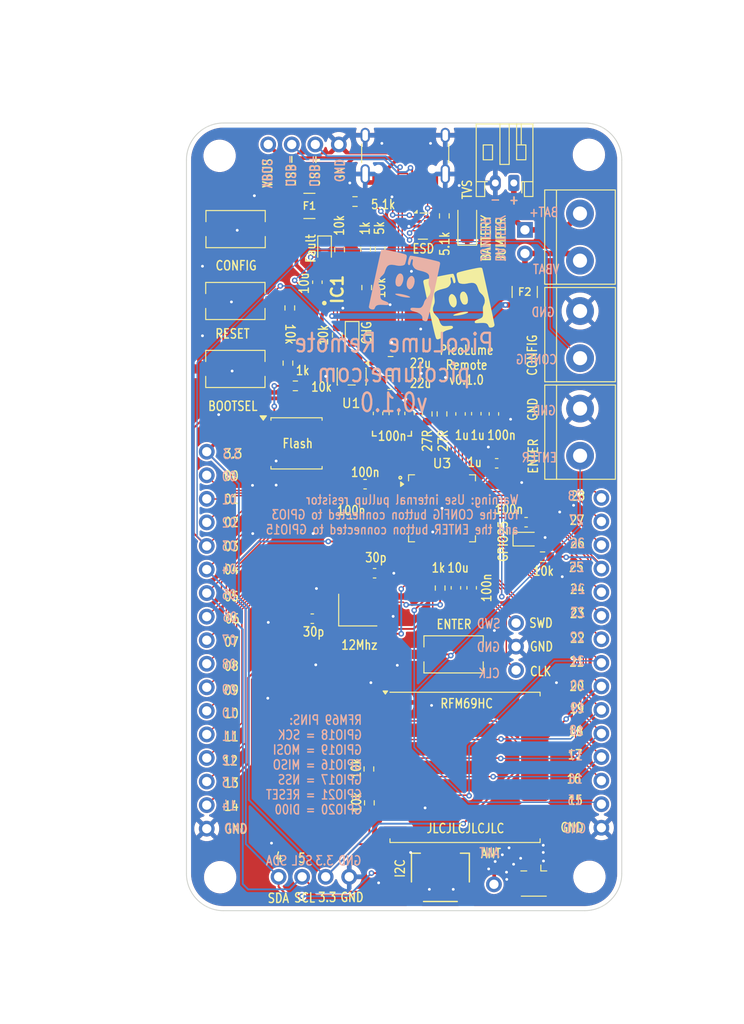
<source format=kicad_pcb>
(kicad_pcb (version 20241229) (generator "pcbnew") (generator_version "9.0")
  (layers (0 "F.Cu" signal "Front") (2 "B.Cu" signal "Back") (13 "F.Paste" user) (15 "B.Paste" user) (5 "F.SilkS" user "F.Silkscreen") (7 "B.SilkS" user "B.Silkscreen") (1 "F.Mask" user) (3 "B.Mask" user) (25 "Edge.Cuts" user))
  (net 0 "")
  (net 1 "GND")
  (net 2 "/XIN")
  (net 3 "Net-(C3-Pad1)")
  (net 4 "+3V3")
  (net 5 "+1V1")
  (net 6 "Net-(D1-A)")
  (net 7 "/GPIO15")
  (net 8 "Net-(J13-CC2)")
  (net 9 "/GPIO5")
  (net 10 "/GPIO2")
  (net 11 "/GPIO13")
  (net 12 "/GPIO9")
  (net 13 "/GPIO7")
  (net 14 "/GPIO11")
  (net 15 "/GPIO12")
  (net 16 "/GPIO6")
  (net 17 "/GPIO1")
  (net 18 "/GPIO10")
  (net 19 "/GPIO3")
  (net 20 "/GPIO0")
  (net 21 "/GPIO4")
  (net 22 "/GPIO8")
  (net 23 "/GPIO14")
  (net 24 "/GPIO29_ADC3")
  (net 25 "/GPIO23")
  (net 26 "/GPIO24")
  (net 27 "/GPIO18")
  (net 28 "/GPIO20")
  (net 29 "/GPIO16")
  (net 30 "/GPIO28_ADC2")
  (net 31 "/SWD")
  (net 32 "/GPIO19")
  (net 33 "/GPIO22")
  (net 34 "/GPIO17")
  (net 35 "/GPIO27_ADC1")
  (net 36 "/GPIO21")
  (net 37 "/SWCLK")
  (net 38 "/RUN")
  (net 39 "/GPIO25")
  (net 40 "/GPIO26_ADC0")
  (net 41 "VBAT")
  (net 42 "Net-(J5-Pin_1)")
  (net 43 "/QSPI_SS")
  (net 44 "/XOUT")
  (net 45 "/QSPI_SD0")
  (net 46 "/QSPI_SD3")
  (net 47 "/QSPI_SCLK")
  (net 48 "/QSPI_SD2")
  (net 49 "/QSPI_SD1")
  (net 50 "Net-(J13-CC1)")
  (net 51 "VBUS")
  (net 54 "/USB_P")
  (net 55 "/USB+")
  (net 56 "/USB-")
  (net 57 "/USB_N")
  (net 63 "Net-(R1-Pad2)")
  (net 67 "VIN")
  (net 68 "VSYS")
  (net 69 "Net-(D3-K)")
  (net 70 "Net-(D4-K)")
  (net 71 "Net-(IC1-STAT2)")
  (net 72 "Net-(IC1-TS{slash}MR)")
  (net 73 "Net-(IC1-ISET)")
  (net 74 "Net-(IC1-STAT1)")
  (net 75 "Net-(IC1-ILIM{slash}VSET)")
  (net 80 "Net-(J1-Pin_1)")
  (net 81 "Net-(J1-Pin_2)")
  (footprint "Capacitor_SMD:C_0603_1608Metric" (layer "F.Cu") (at 113.6 116.5 180)
    (property "Reference" "C2" (hide yes))
    (property "Value" "30p")
  )
  (footprint "Resistor_SMD:R_0603_1608Metric" (layer "F.Cu") (at 119.475 80.8 -90)
    (property "Reference" "R14" (hide yes))
    (property "Value" "10k")
  )
  (footprint "LED_SMD:LED_0603_1608Metric" (layer "F.Cu") (at 136.75 107.925)
    (property "Reference" "D1" (hide yes))
    (property "Value" "LED")
  )
  (footprint "Resistor_SMD:R_0603_1608Metric" (layer "F.Cu") (at 118.21 71.53)
    (property "Reference" "R10" (hide yes))
    (property "Value" "5.1k")
  )
  (footprint "Connector_PinHeader_2.54mm:PinHeader_1x04_P2.54mm_Vertical" (layer "F.Cu") (at 109.965499 144.33 90)
    (property "Reference" "J2" (hide yes))
    (property "Value" "Conn_01x04_Pin")
  )
  (footprint "Diode_SMD:D_SMF" (layer "F.Cu") (at 130.325 73.875 90)
    (property "Reference" "D2" (hide yes))
    (property "Value" "SMF5V0A")
  )
  (footprint "Button_Switch_SMD:SW_Tactile_SPST_NO_Straight_CK_PTS636Sx25SMTRLFS" (layer "F.Cu") (at 105.3 89.575)
    (property "Reference" "SW2" (hide yes))
    (property "Value" "SW_Push")
  )
  (footprint "Resistor_SMD:R_0603_1608Metric" (layer "F.Cu") (at 111.175 83 -90)
    (property "Reference" "R9" (hide yes))
    (property "Value" "10k")
  )
  (footprint "Fuse:Fuse_1210_3225Metric" (layer "F.Cu") (at 113.29 72)
    (property "Reference" "F1")
    (property "Value" "Polyfuse")
  )
  (footprint "Connector_JST:JST_PH_S2B-PH-K_1x02_P2.00mm_Horizontal" (layer "F.Cu") (at 135.35 69.525 180)
    (property "Reference" "J3" (hide yes))
    (property "Value" "Conn_01x02_Pin")
  )
  (footprint "Package_DFN_QFN:QFN-56-1EP_7x7mm_P0.4mm_EP3.2x3.2mm" (layer "F.Cu") (at 127.6 104.6)
    (property "Reference" "U3")
    (property "Value" "RP2040")
  )
  (footprint "Resistor_SMD:R_0603_1608Metric" (layer "F.Cu") (at 127.4 113.2 -90)
    (property "Reference" "R5" (hide yes))
    (property "Value" "1k")
  )
  (footprint "Package_TO_SOT_SMD:SOT-23-5" (layer "F.Cu") (at 117.85 90.4 -90)
    (property "Reference" "U1")
    (property "Value" "RT9080-33GJ5")
  )
  (footprint "Connector_Coaxial:U.FL_Hirose_U.FL-R-SMT-1_Vertical" (layer "F.Cu") (at 137.505499 144.58 -90)
    (property "Reference" "J8" (hide yes))
    (property "Value" "Conn_Coaxial")
  )
  (footprint "Capacitor_SMD:C_0603_1608Metric" (layer "F.Cu") (at 129.1 113.175 -90)
    (property "Reference" "C17" (hide yes))
    (property "Value" "10u")
  )
  (footprint "Capacitor_SMD:C_0805_2012Metric" (layer "F.Cu") (at 122.025 91.05)
    (property "Reference" "C1" (hide yes))
    (property "Value" "22u")
  )
  (footprint "Capacitor_SMD:C_0603_1608Metric" (layer "F.Cu") (at 133.2 94.425 90)
    (property "Reference" "C9" (hide yes))
    (property "Value" "100n")
  )
  (footprint "Resistor_SMD:R_0603_1608Metric" (layer "F.Cu") (at 119.760499 136.355 -90)
    (property "Reference" "R7" (hide yes))
    (property "Value" "10k")
  )
  (footprint "Resistor_SMD:R_0603_1608Metric" (layer "F.Cu") (at 116.55 76.725 -90)
    (property "Reference" "R12" (hide yes))
    (property "Value" "10k")
  )
  (footprint "Button_Switch_SMD:SW_Tactile_SPST_NO_Straight_CK_PTS636Sx25SMTRLFS" (layer "F.Cu") (at 105.3 82.25)
    (property "Reference" "SW1" (hide yes))
    (property "Value" "SW_Push")
  )
  (footprint "Package_SO:SOIC-8_5.3x5.3mm_P1.27mm" (layer "F.Cu") (at 111.9 97.6)
    (property "Reference" "U2" (hide yes))
    (property "Value" "W25Q16JVS")
  )
  (footprint "Connector_PinHeader_2.54mm:PinHeader_1x17_P2.54mm_Vertical" (layer "F.Cu") (at 102.21 98.5)
    (property "Reference" "J4" (hide yes))
    (property "Value" "Conn_01x17")
  )
  (footprint "Resistor_SMD:R_0603_1608Metric" (layer "F.Cu") (at 119.35 76.675 -90)
    (property "Reference" "R15" (hide yes))
    (property "Value" "1k")
  )
  (footprint "Resistor_SMD:R_0603_1608Metric" (layer "F.Cu") (at 119.710499 132.705 90)
    (property "Reference" "R6" (hide yes))
    (property "Value" "10k")
  )
  (footprint "LED_SMD:LED_0603_1608Metric" (layer "F.Cu") (at 117.9 85.95 -90)
    (property "Reference" "D3" (hide yes))
    (property "Value" "LED")
  )
  (footprint "Connector_USB:USB_C_Receptacle_HRO_TYPE-C-31-M-12" (layer "F.Cu") (at 123.63 65.43 180)
    (property "Reference" "J13" (hide yes))
    (property "Value" "USB_C_Receptacle_USB2.0_16P")
  )
  (footprint "Resistor_SMD:R_0603_1608Metric" (layer "F.Cu") (at 127.85 73.075 90)
    (property "Reference" "R11" (hide yes))
    (property "Value" "5.1k")
  )
  (footprint "Capacitor_SMD:C_0603_1608Metric" (layer "F.Cu") (at 129.6 94.425 90)
    (property "Reference" "C6" (hide yes))
    (property "Value" "100n")
  )
  (footprint "Capacitor_SMD:C_0603_1608Metric" (layer "F.Cu") (at 130.8 113.175 -90)
    (property "Reference" "C8" (hide yes))
    (property "Value" "1u")
  )
  (footprint "PicoLume:CONN_SM04B-SRSS-TB_JST" (layer "F.Cu") (at 127.425499 144.3885 180)
    (property "Reference" "J9" (hide yes))
    (property "Value" "SM04B-SRSS-TB")
  )
  (footprint "Capacitor_SMD:C_0805_2012Metric" (layer "F.Cu") (at 122.05 88.975)
    (property "Reference" "C5" (hide yes))
    (property "Value" "22u")
  )
  (footprint "Resistor_SMD:R_0603_1608Metric" (layer "F.Cu") (at 110.975 88.95 90)
    (property "Reference" "R1" (hide yes))
    (property "Value" "1k")
  )
  (footprint "TerminalBlock:TerminalBlock_bornier-2_P5.08mm" (layer "F.Cu") (at 142.5 93.85 -90)
    (property "Reference" "J12" (hide yes))
    (property "Value" "Screw_Terminal_01x02")
  )
  (footprint "Capacitor_SMD:C_0603_1608Metric" (layer "F.Cu") (at 124.1 94.375 90)
    (property "Reference" "C12" (hide yes))
    (property "Value" "100n")
  )
  (footprint "Fuse:Fuse_1210_3225Metric" (layer "F.Cu") (at 136.525 81.275 -90)
    (property "Reference" "F2" (hide yes))
    (property "Value" "Polyfuse")
  )
  (footprint "LED_SMD:LED_0603_1608Metric" (layer "F.Cu") (at 114.925 76.725 -90)
    (property "Reference" "D4" (hide yes))
    (property "Value" "LED")
  )
  (footprint "MountingHole:MountingHole_3.2mm_M3" (layer "F.Cu") (at 103.66 144.37)
    (property "Reference" "H4" (hide yes))
    (property "Value" "MountingHole")
  )
  (footprint "Resistor_SMD:R_0603_1608Metric" (layer "F.Cu") (at 126 94.425 -90)
    (property "Reference" "R3" (hide yes))
    (property "Value" "27")
  )
  (footprint "Capacitor_SMD:C_0603_1608Metric" (layer "F.Cu") (at 117.75 106.25 180)
    (property "Reference" "C13" (hide yes))
    (property "Value" "100n")
  )
  (footprint "Capacitor_SMD:C_0603_1608Metric" (layer "F.Cu") (at 122.4 94.375 90)
    (property "Reference" "C15" (hide yes))
    (property "Value" "100n")
  )
  (footprint "Capacitor_SMD:C_0603_1608Metric" (layer "F.Cu") (at 119.3 102 180)
    (property "Reference" "C11" (hide yes))
    (property "Value" "100n")
  )
  (footprint "Connector_PinHeader_2.54mm:PinHeader_1x03_P2.54mm_Vertical" (layer "F.Cu") (at 135.59 122.05 180)
    (property "Reference" "J10" (hide yes))
    (property "Value" "Conn_01x03_Pin")
  )
  (footprint "MountingHole:MountingHole_3.2mm_M3" (layer "F.Cu") (at 143.508188 144.329696)
    (property "Reference" "H3" (hide yes))
    (property "Value" "MountingHole")
  )
  (footprint "Crystal:Crystal_SMD_3225-4Pin_3.2x2.5mm" (layer "F.Cu") (at 118.51 115.57)
    (property "Reference" "Y1" (hide yes))
    (property "Value" "Crystal_GND24")
  )
  (footprint "Button_Switch_SMD:SW_Tactile_SPST_NO_Straight_CK_PTS636Sx25SMTRLFS" (layer "F.Cu") (at 128.85 120.35 180)
    (property "Reference" "SW4" (hide yes))
    (property "Value" "SW_Push")
  )
  (footprint "Capacitor_SMD:C_0603_1608Metric" (layer "F.Cu") (at 114.15 80.225 -90)
    (property "Reference" "C4" (hide yes))
    (property "Value" "10u")
  )
  (footprint "Connector_PinHeader_2.54mm:PinHeader_1x01_P2.54mm_Vertical" (layer "F.Cu") (at 133.205499 145.14)
    (property "Reference" "J5" (hide yes))
    (property "Value" "Conn_01x01_Pin")
  )
  (footprint "Capacitor_SMD:C_0603_1608Metric" (layer "F.Cu") (at 120.325 111.6)
    (property "Reference" "C3" (hide yes))
    (property "Value" "30p")
  )
  (footprint "Package_SON:USON-10_2.5x1.0mm_P0.5mm" (layer "F.Cu") (at 125.535 74.175)
    (property "Reference" "U5" (hide yes))
    (property "Value" "TPD4EUSB30")
  )
  (footprint "Resistor_SMD:R_0603_1608Metric" (layer "F.Cu") (at 127.6 94.425 -90)
    (property "Reference" "R4" (hide yes))
    (property "Value" "27")
  )
  (footprint "Resistor_SMD:R_0603_1608Metric" (layer "F.Cu") (at 138.45 109.825)
    (property "Reference" "R8" (hide yes))
    (property "Value" "10k")
  )
  (footprint "Capacitor_SMD:C_0603_1608Metric" (layer "F.Cu") (at 136.675 106.1)
    (property "Reference" "C16" (hide yes))
    (property "Value" "100n")
  )
  (footprint "Resistor_SMD:R_0603_1608Metric" (layer "F.Cu") (at 120.925 76.65 -90)
    (property "Reference" "R17" (hide yes))
    (property "Value" "5k")
  )
  (footprint "PicoLume:SON40P220X200X80-11N" (layer "F.Cu") (at 116.3 81 90)
    (property "Reference" "IC1")
    (property "Value" "BQ25185DLHR" (hide yes))
  )
  (footprint "Resistor_SMD:R_0603_1608Metric" (layer "F.Cu") (at 116.3 85.925 90)
    (property "Reference" "R13" (hide yes))
    (property "Value" "10k")
  )
  (footprint "Capacitor_SMD:C_0603_1608Metric" (layer "F.Cu") (at 120.7 94.375 90)
    (property "Reference" "C7" (hide yes))
    (property "Value" "100n")
  )
  (footprint "Connector_PinHeader_2.54mm:PinHeader_1x02_P2.54mm_Vertical" (layer "F.Cu") (at 136.55 74.585)
    (property "Reference" "J1" (hide yes))
    (property "Value" "Conn_01x02_Pin")
  )
  (footprint "Connector_PinHeader_2.54mm:PinHeader_1x15_P2.54mm_Vertical" (layer "F.Cu") (at 144.8 103.48)
    (property "Reference" "J14" (hide yes))
    (property "Value" "Conn_01x15")
  )
  (footprint "LOGO" (layer "F.Cu") (at 129.425 82.5)
    (property "Reference" "G***" (hide yes))
    (property "Value" "LOGO" (hide yes))
  )
  (footprint "MountingHole:MountingHole_3.2mm_M3" (layer "F.Cu") (at 103.6 66.6)
    (property "Reference" "H1" (hide yes))
    (property "Value" "MountingHole")
  )
  (footprint "Capacitor_SMD:C_0603_1608Metric" (layer "F.Cu") (at 131.3 94.4 90)
    (property "Reference" "C14" (hide yes))
    (property "Value" "100n")
  )
  (footprint "Resistor_SMD:R_0603_1608Metric" (layer "F.Cu") (at 111.775 91.4 180)
    (property "Reference" "R2" (hide yes))
    (property "Value" "10K")
  )
  (footprint "RF_Module:HOPERF_RFM9XW_SMD" (layer "F.Cu") (at 130.085499 132.53)
    (property "Reference" "U4" (hide yes))
    (property "Value" "RFM69HCW")
  )
  (footprint "MountingHole:MountingHole_3.2mm_M3" (layer "F.Cu") (at 143.45 66.49)
    (property "Reference" "H2" (hide yes))
    (property "Value" "MountingHole")
  )
  (footprint "TerminalBlock:TerminalBlock_bornier-2_P5.08mm" (layer "F.Cu") (at 142.5 83.335 -90)
    (property "Reference" "J7" (hide yes))
    (property "Value" "Screw_Terminal_01x02")
  )
  (footprint "Connector_PinHeader_2.54mm:PinHeader_1x04_P2.54mm_Vertical" (layer "F.Cu") (at 116.465 65.375 -90)
    (property "Reference" "J11" (hide yes))
    (property "Value" "Conn_01x04_Pin")
  )
  (footprint "Capacitor_SMD:C_0603_1608Metric" (layer "F.Cu") (at 133.5 99.75)
    (property "Reference" "C10" (hide yes))
    (property "Value" "1u")
  )
  (footprint "TerminalBlock:TerminalBlock_bornier-2_P5.08mm" (layer "F.Cu") (at 142.49 72.82 -90)
    (property "Reference" "J6" (hide yes))
    (property "Value" "Screw_Terminal_01x02" (hide yes))
  )
  (footprint "Button_Switch_SMD:SW_Tactile_SPST_NO_Straight_CK_PTS636Sx25SMTRLFS" (layer "F.Cu") (at 105.325 74.5 180)
    (property "Reference" "SW3" (hide yes))
    (property "Value" "SW_Push")
  )
  (footprint "LOGO" (layer "B.Cu") (at 123.55 80.55 180)
    (property "Reference" "G***" (hide yes))
    (property "Value" "LOGO" (hide yes))
  )
  (gr_line (start 120.5 96.8) (end 120.1 96.8) (stroke (width 0.1524)) (layer "F.SilkS"))
  (gr_line (start 120.1 96.8) (end 120.1 96.3) (stroke (width 0.1524)) (layer "F.SilkS"))
  (gr_line (start 124.3 96.8) (end 124.3 96.3) (stroke (width 0.1524)) (layer "F.SilkS"))
  (gr_line (start 123.9 96.8) (end 124.3 96.8) (stroke (width 0.1524)) (layer "F.SilkS"))
  (gr_circle (center 123.1 101.3) (end 123.2 101.4) (stroke (width 0.1524)) (fill no) (layer "F.SilkS"))
  (gr_line (start 143 147.98) (end 104.02 147.98) (stroke (width 0.1)) (layer "Edge.Cuts"))
  (gr_arc (start 100.02 67.06) (mid 101.191573 64.231573) (end 104.02 63.06) (stroke (width 0.1)) (layer "Edge.Cuts"))
  (gr_line (start 104.02 63.06) (end 143 63.06) (stroke (width 0.1)) (layer "Edge.Cuts"))
  (gr_line (start 147 67.06) (end 147 143.98) (stroke (width 0.1)) (layer "Edge.Cuts"))
  (gr_line (start 100.02 143.98) (end 100.02 67.06) (stroke (width 0.1)) (layer "Edge.Cuts"))
  (gr_arc (start 147 143.98) (mid 145.828427 146.808427) (end 143 147.98) (stroke (width 0.1)) (layer "Edge.Cuts"))
  (gr_arc (start 143 63.06) (mid 145.828427 64.231573) (end 147 67.06) (stroke (width 0.1)) (layer "Edge.Cuts"))
  (gr_arc (start 104.02 147.98) (mid 101.191573 146.808427) (end 100.02 143.98) (stroke (width 0.1)) (layer "Edge.Cuts"))
  (gr_text "RESET" (at 103.05 86.375 0) (layer "F.SilkS") (effects (font (size 1 0.8128) (thickness 0.1524) (bold yes)) (justify left bottom)))
  (gr_text "1u" (at 130.6 97.3 0) (layer "F.SilkS") (effects (font (size 1 0.8128) (thickness 0.1524) (bold yes)) (justify left bottom)))
  (gr_text "JLCJLCJLCJLC" (at 125.85 139.7 0) (layer "F.SilkS") (effects (font (size 1 0.8128) (thickness 0.1524) (bold yes)) (justify left bottom)))
  (gr_text "CLK" (at 137 122.775 0) (layer "F.SilkS") (effects (font (size 1 0.8128) (thickness 0.1524) (bold yes)) (justify left bottom)))
  (gr_text "1u" (at 128.9 97.3 0) (layer "F.SilkS") (effects (font (size 1 0.8128) (thickness 0.1524) (bold yes)) (justify left bottom)))
  (gr_text "I2C" (at 123.660499 143.43 90) (layer "F.SilkS") (effects (font (size 1 0.8128) (thickness 0.1524) (bold yes)) (justify bottom)))
  (gr_text "ESD" (at 124.325 77.2 0) (layer "F.SilkS") (effects (font (size 1 0.8128) (thickness 0.1524) (bold yes)) (justify left bottom)))
  (gr_text "18" (at 141.2 129.24 0) (layer "F.SilkS") (effects (font (size 1 0.8128) (thickness 0.1524) (bold yes)) (justify left bottom)))
  (gr_text "GND" (at 140.3 139.6 0) (layer "F.SilkS") (effects (font (size 1 0.8128) (thickness 0.1524) (bold yes)) (justify left bottom)))
  (gr_text "100n" (at 116.175 105.425 0) (layer "F.SilkS") (effects (font (size 1 0.8128) (thickness 0.1524) (bold yes)) (justify left bottom)))
  (gr_text "ANT" (at 131.7 142.4 0) (layer "F.SilkS") (effects (font (size 1 0.8128) (thickness 0.1524) (bold yes)) (justify left bottom)))
  (gr_text "27R" (at 126.6 98.6 90) (layer "F.SilkS") (effects (font (size 1 0.8128) (thickness 0.1524) (bold yes)) (justify left bottom)))
  (gr_text "23" (at 141.32 116.51 0) (layer "F.SilkS") (effects (font (size 1 0.8128) (thickness 0.1524) (bold yes)) (justify left bottom)))
  (gr_text "08" (at 104 122.2 0) (layer "F.SilkS") (effects (font (size 1 0.8128) (thickness 0.1524) (bold yes)) (justify left bottom)))
  (gr_text "10k" (at 121.55 82.025 90) (layer "F.SilkS") (effects (font (size 1 0.8128) (thickness 0.1524) (bold yes)) (justify left bottom)))
  (gr_text "16" (at 140.975 134.35 0) (layer "F.SilkS") (effects (font (size 1 0.8128) (thickness 0.1524) (bold yes)) (justify left bottom)))
  (gr_text "GND" (at 116.55 147.125 0) (layer "F.SilkS") (effects (font (size 1 0.8128) (thickness 0.1524) (bold yes)) (justify left bottom)))
  (gr_text "17" (at 141.09 131.75 0) (layer "F.SilkS") (effects (font (size 1 0.8128) (thickness 0.1524) (bold yes)) (justify left bottom)))
  (gr_text "12Mhz" (at 116.65 119.925 0) (layer "F.SilkS") (effects (font (size 1 0.8128) (thickness 0.1524) (bold yes)) (justify left bottom)))
  (gr_text "10k" (at 117.1 75.3 90) (layer "F.SilkS") (effects (font (size 1 0.8128) (thickness 0.1524) (bold yes)) (justify left bottom)))
  (gr_text "CONFIG" (at 137.925 90.4 90) (layer "F.SilkS") (effects (font (size 1 0.8128) (thickness 0.1524) (bold yes)) (justify left bottom)))
  (gr_text "22" (at 141.34 119.18 0) (layer "F.SilkS") (effects (font (size 1 0.8128) (thickness 0.1524) (bold yes)) (justify left bottom)))
  (gr_text "28" (at 141.39 103.85 0) (layer "F.SilkS") (effects (font (size 1 0.8128) (thickness 0.1524) (bold yes)) (justify left bottom)))
  (gr_text "30p" (at 112.5 118.5 0) (layer "F.SilkS") (effects (font (size 1 0.8128) (thickness 0.1524) (bold yes)) (justify left bottom)))
  (gr_text "-" (at 132.775 71.875 0) (layer "F.SilkS") (effects (font (size 1 0.8128) (thickness 0.1524) (bold yes)) (justify left bottom)))
  (gr_text "26" (at 141.34 108.96 0) (layer "F.SilkS") (effects (font (size 1 0.8128) (thickness 0.1524) (bold yes)) (justify left bottom)))
  (gr_text "04" (at 104 111.8 0) (layer "F.SilkS") (effects (font (size 1 0.8128) (thickness 0.1524) (bold yes)) (justify left bottom)))
  (gr_text "GND" (at 117.175 69.525 90) (layer "F.SilkS") (effects (font (size 1 0.8128) (thickness 0.1524) (bold yes)) (justify left bottom)))
  (gr_text "10u" (at 128.1 111.6 0) (layer "F.SilkS") (effects (font (size 1 0.8128) (thickness 0.1524) (bold yes)) (justify left bottom)))
  (gr_text "19" (at 141.29 126.79 0) (layer "F.SilkS") (effects (font (size 1 0.8128) (thickness 0.1524) (bold yes)) (justify left bottom)))
  (gr_text "SDA" (at 108.7 147.225 0) (layer "F.SilkS") (effects (font (size 1 0.8128) (thickness 0.1524) (bold yes)) (justify left bottom)))
  (gr_text "Flash" (at 110.3 98.2 0) (layer "F.SilkS") (effects (font (size 1 0.8128) (thickness 0.1524) (bold yes)) (justify left bottom)))
  (gr_text "20" (at 141.28 124.37 0) (layer "F.SilkS") (effects (font (size 1 0.8128) (thickness 0.1524) (bold yes)) (justify left bottom)))
  (gr_text "+" (at 134.775 71.925 0) (layer "F.SilkS") (effects (font (size 1 0.8128) (thickness 0.1524) (bold yes)) (justify left bottom)))
  (gr_text "27R" (at 128.3 98.6 90) (layer "F.SilkS") (effects (font (size 1 0.8128) (thickness 0.1524) (bold yes)) (justify left bottom)))
  (gr_text "BATTERY\nJUMPER" (at 134.55 78.075 90) (layer "F.SilkS") (effects (font (size 1 0.8128) (thickness 0.1524) (bold yes)) (justify left bottom)))
  (gr_text "07" (at 104 119.6 0) (layer "F.SilkS") (effects (font (size 1 0.8128) (thickness 0.1524) (bold yes)) (justify left bottom)))
  (gr_text "10k" (at 110.625 84.625 270) (layer "F.SilkS") (effects (font (size 1 0.8128) (thickness 0.1524) (bold yes)) (justify left bottom)))
  (gr_text "3.3" (at 104 99.3 0) (layer "F.SilkS") (effects (font (size 1 0.8128) (thickness 0.1524) (bold yes)) (justify left bottom)))
  (gr_text "1k" (at 111.75 90.325 0) (layer "F.SilkS") (effects (font (size 1 0.8128) (thickness 0.1524) (bold yes)) (justify left bottom)))
  (gr_text "GND" (at 137.975 95.275 90) (layer "F.SilkS") (effects (font (size 1 0.8128) (thickness 0.1524) (bold yes)) (justify left bottom)))
  (gr_text "03" (at 104 109.3 0) (layer "F.SilkS") (effects (font (size 1 0.8128) (thickness 0.1524) (bold yes)) (justify left bottom)))
  (gr_text "5.1k" (at 128.475 77.475 90) (layer "F.SilkS") (effects (font (size 1 0.8128) (thickness 0.1524) (bold yes)) (justify left bottom)))
  (gr_text "GPIO25" (at 134.775 110.475 90) (layer "F.SilkS") (effects (font (size 1 0.8128) (thickness 0.1524) (bold yes)) (justify left bottom)))
  (gr_text "VBUS" (at 109.375 70.125 90) (layer "F.SilkS") (effects (font (size 1 0.8128) (thickness 0.1524) (bold yes)) (justify left bottom)))
  (gr_text "Fault" (at 114.025 78.225 90) (layer "F.SilkS") (effects (font (size 1 0.8128) (thickness 0.1524) (bold yes)) (justify left bottom)))
  (gr_text "10k" (at 115.375 87.125 90) (layer "F.SilkS") (effects (font (size 1 0.8128) (thickness 0.1524) (bold yes)) (justify left bottom)))
  (gr_text "12" (at 103.9 132.4 0) (layer "F.SilkS") (effects (font (size 1 0.8128) (thickness 0.1524) (bold yes)) (justify left bottom)))
  (gr_text "10u" (at 113.3 81.575 90) (layer "F.SilkS") (effects (font (size 1 0.8128) (thickness 0.1524) (bold yes)) (justify left bottom)))
  (gr_text "1u" (at 130.275 100.225 0) (layer "F.SilkS") (effects (font (size 1 0.8128) (thickness 0.1524) (bold yes)) (justify left bottom)))
  (gr_text "100n" (at 133.2 105.3 0) (layer "F.SilkS") (effects (font (size 1 0.8128) (thickness 0.1524) (bold yes)) (justify left bottom)))
  (gr_text "05" (at 104 114.7 0) (layer "F.SilkS") (effects (font (size 1 0.8128) (thickness 0.1524) (bold yes)) (justify left bottom)))
  (gr_text "CONFIG" (at 103.075 79.025 0) (layer "F.SilkS") (effects (font (size 1 0.8128) (thickness 0.1524) (bold yes)) (justify left bottom)))
  (gr_text "100n" (at 120.6 97.4 0) (layer "F.SilkS") (effects (font (size 1 0.8128) (thickness 0.1524) (bold yes)) (justify left bottom)))
  (gr_text "5.1k" (at 119.85 72.425 0) (layer "F.SilkS") (effects (font (size 1 0.8128) (thickness 0.1524) (bold yes)) (justify left bottom)))
  (gr_text "22u" (at 124.05 91.7 0) (layer "F.SilkS") (effects (font (size 1 0.8128) (thickness 0.1524) (bold yes)) (justify left bottom)))
  (gr_text "100n" (at 133 114.8 90) (layer "F.SilkS") (effects (font (size 1 0.8128) (thickness 0.1524) (bold yes)) (justify left bottom)))
  (gr_text "100n" (at 117.7 101.3 0) (layer "F.SilkS") (effects (font (size 1 0.8128) (thickness 0.1524) (bold yes)) (justify left bottom)))
  (gr_text "06" (at 104.1 117.1 0) (layer "F.SilkS") (effects (font (size 1 0.8128) (thickness 0.1524) (bold yes)) (justify left bottom)))
  (gr_text "30p" (at 119.225 110.5 0) (layer "F.SilkS") (effects (font (size 1 0.8128) (thickness 0.1524) (bold yes)) (justify left bottom)))
  (gr_text "ENTER" (at 126.925 117.7 0) (layer "F.SilkS") (effects (font (size 1 0.8128) (thickness 0.1524) (bold yes)) (justify left bottom)))
  (gr_text "1k" (at 119.875 75.225 90) (layer "F.SilkS") (effects (font (size 1 0.8128) (thickness 0.1524) (bold yes)) (justify left bottom)))
  (gr_text "F2" (at 136.525 81.275 0) (layer "F.SilkS") (effects (font (size 0.8 0.8))))
  (gr_text "10k" (at 137.35 111.95 0) (layer "F.SilkS") (effects (font (size 1 0.8128) (thickness 0.1524) (bold yes)) (justify left bottom)))
  (gr_text "10k" (at 118.960499 137.505 90) (layer "F.SilkS") (effects (font (size 1 0.8128) (thickness 0.1524) (bold yes)) (justify left bottom)))
  (gr_text "TVS" (at 130.9 71.375 90) (layer "F.SilkS") (effects (font (size 1 0.8128) (thickness 0.1524) (bold yes)) (justify left bottom)))
  (gr_text "5k" (at 121.425 75.2 90) (layer "F.SilkS") (effects (font (size 1 0.8128) (thickness 0.1524) (bold yes)) (justify left bottom)))
  (gr_text "GND" (at 104.03 139.76 0) (layer "F.SilkS") (effects (font (size 1 0.8128) (thickness 0.1524) (bold yes)) (justify left bottom)))
  (gr_text "00" (at 104 101.7 0) (layer "F.SilkS") (effects (font (size 1 0.8128) (thickness 0.1524) (bold yes)) (justify left bottom)))
  (gr_text "5" (at 112 142.9 0) (layer "F.SilkS") (effects (font (size 1 0.8128) (thickness 0.1524) (bold yes)) (justify left bottom)))
  (gr_text "27" (at 141.3 106.46 0) (layer "F.SilkS") (effects (font (size 1 0.8128) (thickness 0.1524) (bold yes)) (justify left bottom)))
  (gr_text "4" (at 109.5 142.825 0) (layer "F.SilkS") (effects (font (size 1 0.8128) (thickness 0.1524) (bold yes)) (justify left bottom)))
  (gr_text "02" (at 104 106.7 0) (layer "F.SilkS") (effects (font (size 1 0.8128) (thickness 0.1524) (bold yes)) (justify left bottom)))
  (gr_text "14" (at 104 137.3 0) (layer "F.SilkS") (effects (font (size 1 0.8128) (thickness 0.1524) (bold yes)) (justify left bottom)))
  (gr_text "3.3" (at 114.15 147.125 0) (layer "F.SilkS") (effects (font (size 1 0.8128) (thickness 0.1524) (bold yes)) (justify left bottom)))
  (gr_text "01" (at 104 104.2 0) (layer "F.SilkS") (effects (font (size 1 0.8128) (thickness 0.1524) (bold yes)) (justify left bottom)))
  (gr_text "USB-" (at 111.9 70.025 90) (layer "F.SilkS") (effects (font (size 1 0.8128) (thickness 0.1524) (bold yes)) (justify left bottom)))
  (gr_text "10k" (at 118.910499 133.88 90) (layer "F.SilkS") (effects (font (size 1 0.8128) (thickness 0.1524) (bold yes)) (justify left bottom)))
  (gr_text "22u" (at 124.025 89.55 0) (layer "F.SilkS") (effects (font (size 1 0.8128) (thickness 0.1524) (bold yes)) (justify left bottom)))
  (gr_text "13" (at 104 134.8 0) (layer "F.SilkS") (effects (font (size 1 0.8128) (thickness 0.1524) (bold yes)) (justify left bottom)))
  (gr_text "10" (at 104 127.3 0) (layer "F.SilkS") (effects (font (size 1 0.8128) (thickness 0.1524) (bold yes)) (justify left bottom)))
  (gr_text "15" (at 141.125 136.65 0) (layer "F.SilkS") (effects (font (size 1 0.8128) (thickness 0.1524) (bold yes)) (justify left bottom)))
  (gr_text "09" (at 104 124.8 0) (layer "F.SilkS") (effects (font (size 1 0.8128) (thickness 0.1524) (bold yes)) (justify left bottom)))
  (gr_text "SWD" (at 136.925 117.56 0) (layer "F.SilkS") (effects (font (size 1 0.8128) (thickness 0.1524) (bold yes)) (justify left bottom)))
  (gr_text "BOOTSEL" (at 102.275 94.175 0) (layer "F.SilkS") (effects (font (size 1 0.8128) (thickness 0.1524) (bold yes)) (justify left bottom)))
  (gr_text "ENTER" (at 138.025 100.95 90) (layer "F.SilkS") (effects (font (size 1 0.8128) (thickness 0.1524) (bold yes)) (justify left bottom)))
  (gr_text "25" (at 141.22 111.54 0) (layer "F.SilkS") (effects (font (size 1 0.8128) (thickness 0.1524) (bold yes)) (justify left bottom)))
  (gr_text "10k" (at 113.4 92.1 0) (layer "F.SilkS") (effects (font (size 1 0.8128) (thickness 0.1524) (bold yes)) (justify left bottom)))
  (gr_text "CHG" (at 120.05 87.025 90) (layer "F.SilkS") (effects (font (size 1 0.8128) (thickness 0.1524) (bold yes)) (justify left bottom)))
  (gr_text "11" (at 104 129.8 0) (layer "F.SilkS") (effects (font (size 1 0.8128) (thickness 0.1524) (bold yes)) (justify left bottom)))
  (gr_text "USB+" (at 114.5 70.05 90) (layer "F.SilkS") (effects (font (size 1 0.8128) (thickness 0.1524) (bold yes)) (justify left bottom)))
  (gr_text "100n" (at 132.4 97.3 0) (layer "F.SilkS") (effects (font (size 1 0.8128) (thickness 0.1524) (bold yes)) (justify left bottom)))
  (gr_text "24" (at 141.33 113.91 0) (layer "F.SilkS") (effects (font (size 1 0.8128) (thickness 0.1524) (bold yes)) (justify left bottom)))
  (gr_text "21" (at 141.27 121.75 0) (layer "F.SilkS") (effects (font (size 1 0.8128) (thickness 0.1524) (bold yes)) (justify left bottom)))
  (gr_text "SCL" (at 111.55 147.175 0) (layer "F.SilkS") (effects (font (size 1 0.8128) (thickness 0.1524) (bold yes)) (justify left bottom)))
  (gr_text "RFM69HC" (at 127.34 126.24 0) (layer "F.SilkS") (effects (font (size 1 0.8128) (thickness 0.1524) (bold yes)) (justify left bottom)))
  (gr_text "1k" (at 126.4 111.6 0) (layer "F.SilkS") (effects (font (size 1 0.8128) (thickness 0.1524) (bold yes)) (justify left bottom)))
  (gr_text "GND" (at 137 120.1 0) (layer "F.SilkS") (effects (font (size 1 0.8128) (thickness 0.1524) (bold yes)) (justify left bottom)))
  (gr_text "PicoLume\nRemote\nv0.1.0" (at 130.25 91.35 0) (layer "F.SilkS") (effects (font (size 1 0.8128) (thickness 0.1524) (bold yes)) (justify bottom)))
  (gr_text "18" (at 143 129.14 -0) (layer "B.SilkS") (effects (font (size 1 0.8128) (thickness 0.1524) (bold yes)) (justify left bottom mirror)))
  (gr_text "Warning: Use internal pullup resistor\nfor the CONFIG button connected to GPIO3\nand the ENTER button connected to GPIO15\n\n" (at 135.95 109.1 0) (layer "B.SilkS") (effects (font (size 1 0.8128) (thickness 0.1524) (bold yes)) (justify left bottom mirror)))
  (gr_text "16" (at 142.875 134.35 -0) (layer "B.SilkS") (effects (font (size 1 0.8128) (thickness 0.1524) (bold yes)) (justify left bottom mirror)))
  (gr_text "GND" (at 133.95 120.15 -0) (layer "B.SilkS") (effects (font (size 1 0.8128) (thickness 0.1524) (bold yes)) (justify left bottom mirror)))
  (gr_text "19" (at 143.09 126.69 -0) (layer "B.SilkS") (effects (font (size 1 0.8128) (thickness 0.1524) (bold yes)) (justify left bottom mirror)))
  (gr_text "VBUS" (at 108.1 70.175 -90) (layer "B.SilkS") (effects (font (size 1 0.8128) (thickness 0.1524) (bold yes)) (justify left bottom mirror)))
  (gr_text "22" (at 143.04 119.08 -0) (layer "B.SilkS") (effects (font (size 1 0.8128) (thickness 0.1524) (bold yes)) (justify left bottom mirror)))
  (gr_text "CLK" (at 133.925 122.975 -0) (layer "B.SilkS") (effects (font (size 1 0.8128) (thickness 0.1524) (bold yes)) (justify left bottom mirror)))
  (gr_text "RFM69 PINS:\nGPIO18 = SCK\nGPIO19 = MOSI\nGPIO16 = MISO\nGPIO17 = NSS\nGPIO21 = RESET\nGPIO20 = DI00" (at 119.05 137.675 0) (layer "B.SilkS") (effects (font (size 1 0.8128) (thickness 0.1524) (bold yes)) (justify left bottom mirror)))
  (gr_text "25" (at 143.02 111.54 -0) (layer "B.SilkS") (effects (font (size 1 0.8128) (thickness 0.1524) (bold yes)) (justify left bottom mirror)))
  (gr_text "3.3" (at 105.979878 99.35 -0) (layer "B.SilkS") (effects (font (size 1 0.8128) (thickness 0.1524) (bold yes)) (justify left bottom mirror)))
  (gr_text "GND" (at 143.24283 139.7 0) (layer "B.SilkS") (effects (font (size 1 0.8128) (thickness 0.1524) (bold yes)) (justify left bottom mirror)))
  (gr_text "ANT" (at 133.9 142.325 -0) (layer "B.SilkS") (effects (font (size 1 0.8128) (thickness 0.1524) (bold yes)) (justify left bottom mirror)))
  (gr_text "BATTERY\nJUMPER" (at 131.675 78.1 -90) (layer "B.SilkS") (effects (font (size 1 0.8128) (thickness 0.1524) (bold yes)) (justify left bottom mirror)))
  (gr_text "SCL" (at 113.735499 143.18 -0) (layer "B.SilkS") (effects (font (size 1 0.8128) (thickness 0.1524) (bold yes)) (justify left bottom mirror)))
  (gr_text "-" (at 133.925 71.875 -0) (layer "B.SilkS") (effects (font (size 1 0.8128) (thickness 0.1524) (bold yes)) (justify left bottom mirror)))
  (gr_text "GND" (at 139.975 94.65 0) (layer "B.SilkS") (effects (font (size 1 0.8128) (thickness 0.1524) (bold yes)) (justify left bottom mirror)))
  (gr_text "GND" (at 106.66 139.71 -0) (layer "B.SilkS") (effects (font (size 1 0.8128) (thickness 0.1524) (bold yes)) (justify left bottom mirror)))
  (gr_text "GND" (at 139.85 84.05 0) (layer "B.SilkS") (effects (font (size 1 0.8128) (thickness 0.1524) (bold yes)) (justify left bottom mirror)))
  (gr_text "06" (at 105.59283 116.9 -0) (layer "B.SilkS") (effects (font (size 1 0.8128) (thickness 0.1524) (bold yes)) (justify left bottom mirror)))
  (gr_text "14" (at 105.5 137.25 -0) (layer "B.SilkS") (effects (font (size 1 0.8128) (thickness 0.1524) (bold yes)) (justify left bottom mirror)))
  (gr_text "07" (at 105.5 119.4 -0) (layer "B.SilkS") (effects (font (size 1 0.8128) (thickness 0.1524) (bold yes)) (justify left bottom mirror)))
  (gr_text "21" (at 143.07 121.65 -0) (layer "B.SilkS") (effects (font (size 1 0.8128) (thickness 0.1524) (bold yes)) (justify left bottom mirror)))
  (gr_text "USB+" (at 113.2 70.05 -90) (layer "B.SilkS") (effects (font (size 1 0.8128) (thickness 0.1524) (bold yes)) (justify left bottom mirror)))
  (gr_text "28" (at 142.83283 103.85 -0) (layer "B.SilkS") (effects (font (size 1 0.8128) (thickness 0.1524) (bold yes)) (justify left bottom mirror)))
  (gr_text "05" (at 105.5 114.5 -0) (layer "B.SilkS") (effects (font (size 1 0.8128) (thickness 0.1524) (bold yes)) (justify left bottom mirror)))
  (gr_text "01" (at 105.5 104.25 -0) (layer "B.SilkS") (effects (font (size 1 0.8128) (thickness 0.1524) (bold yes)) (justify left bottom mirror)))
  (gr_text "15" (at 142.8 136.65 -0) (layer "B.SilkS") (effects (font (size 1 0.8128) (thickness 0.1524) (bold yes)) (justify left bottom mirror)))
  (gr_text "20" (at 143.08 124.27 -0) (layer "B.SilkS") (effects (font (size 1 0.8128) (thickness 0.1524) (bold yes)) (justify left bottom mirror)))
  (gr_text "GND" (at 115.925 69.525 -90) (layer "B.SilkS") (effects (font (size 1 0.8128) (thickness 0.1524) (bold yes)) (justify left bottom mirror)))
  (gr_text "02" (at 105.5 106.75 -0) (layer "B.SilkS") (effects (font (size 1 0.8128) (thickness 0.1524) (bold yes)) (justify left bottom mirror)))
  (gr_text "SDA" (at 110.985499 143.18 -0) (layer "B.SilkS") (effects (font (size 1 0.8128) (thickness 0.1524) (bold yes)) (justify left bottom mirror)))
  (gr_text "10" (at 105.5 127.25 -0) (layer "B.SilkS") (effects (font (size 1 0.8128) (thickness 0.1524) (bold yes)) (justify left bottom mirror)))
  (gr_text "00" (at 105.5 101.75 -0) (layer "B.SilkS") (effects (font (size 1 0.8128) (thickness 0.1524) (bold yes)) (justify left bottom mirror)))
  (gr_text "26" (at 143.1 108.96 -0) (layer "B.SilkS") (effects (font (size 1 0.8128) (thickness 0.1524) (bold yes)) (justify left bottom mirror)))
  (gr_text "23" (at 143.12 116.41 -0) (layer "B.SilkS") (effects (font (size 1 0.8128) (thickness 0.1524) (bold yes)) (justify left bottom mirror)))
  (gr_text "USB-" (at 110.675 70.025 -90) (layer "B.SilkS") (effects (font (size 1 0.8128) (thickness 0.1524) (bold yes)) (justify left bottom mirror)))
  (gr_text "SWD" (at 134 117.625 -0) (layer "B.SilkS") (effects (font (size 1 0.8128) (thickness 0.1524) (bold yes)) (justify left bottom mirror)))
  (gr_text "17" (at 142.89 131.85 -0) (layer "B.SilkS") (effects (font (size 1 0.8128) (thickness 0.1524) (bold yes)) (justify left bottom mirror)))
  (gr_text "13" (at 105.5 134.75 -0) (layer "B.SilkS") (effects (font (size 1 0.8128) (thickness 0.1524) (bold yes)) (justify left bottom mirror)))
  (gr_text "BAT+" (at 140.25 73.275 0) (layer "B.SilkS") (effects (font (size 1 0.8128) (thickness 0.1524) (bold yes)) (justify left bottom mirror)))
  (gr_text "24" (at 143.13 113.91 -0) (layer "B.SilkS") (effects (font (size 1 0.8128) (thickness 0.1524) (bold yes)) (justify left bottom mirror)))
  (gr_text "03" (at 105.5 109.25 -0) (layer "B.SilkS") (effects (font (size 1 0.8128) (thickness 0.1524) (bold yes)) (justify left bottom mirror)))
  (gr_text "04" (at 105.5 111.75 -0) (layer "B.SilkS") (effects (font (size 1 0.8128) (thickness 0.1524) (bold yes)) (justify left bottom mirror)))
  (gr_text "09" (at 105.5 124.75 -0) (layer "B.SilkS") (effects (font (size 1 0.8128) (thickness 0.1524) (bold yes)) (justify left bottom mirror)))
  (gr_text "12" (at 105.5 132.35 -0) (layer "B.SilkS") (effects (font (size 1 0.8128) (thickness 0.1524) (bold yes)) (justify left bottom mirror)))
  (gr_text "PicoLume Remote\npicolume.com\nv0.1.0" (at 122.4 94.375 0) (layer "B.SilkS") (effects (font (size 2 1.6) (thickness 0.25) (bold yes)) (justify bottom mirror)))
  (gr_text "11" (at 105.5 129.75 -0) (layer "B.SilkS") (effects (font (size 1 0.8128) (thickness 0.1524) (bold yes)) (justify left bottom mirror)))
  (gr_text "GND" (at 118.985499 143.18 -0) (layer "B.SilkS") (effects (font (size 1 0.8128) (thickness 0.1524) (bold yes)) (justify left bottom mirror)))
  (gr_text "CONFIG" (at 140.1 89.15 0) (layer "B.SilkS") (effects (font (size 1 0.8128) (thickness 0.1524) (bold yes)) (justify left bottom mirror)))
  (gr_text "+" (at 135.95 71.925 -0) (layer "B.SilkS") (effects (font (size 1 0.8128) (thickness 0.1524) (bold yes)) (justify left bottom mirror)))
  (gr_text "08" (at 105.5 122 -0) (layer "B.SilkS") (effects (font (size 1 0.8128) (thickness 0.1524) (bold yes)) (justify left bottom mirror)))
  (gr_text "VBAT" (at 140.35 79.425 0) (layer "B.SilkS") (effects (font (size 1 0.8128) (thickness 0.1524) (bold yes)) (justify left bottom mirror)))
  (gr_text "3.3" (at 115.985499 143.18 -0) (layer "B.SilkS") (effects (font (size 1 0.8128) (thickness 0.1524) (bold yes)) (justify left bottom mirror)))
  (gr_text "ENTER" (at 140.075 99.725 0) (layer "B.SilkS") (effects (font (size 1 0.8128) (thickness 0.1524) (bold yes)) (justify left bottom mirror)))
  (gr_text "27" (at 142.96 106.44 -0) (layer "B.SilkS") (effects (font (size 1 0.8128) (thickness 0.1524) (bold yes)) (justify left bottom mirror)))
  (segment (start 138.725 106.725) (end 138.1 106.1) (width 0.2) (layer "F.Cu") (net 1))
  (segment (start 135.9625 107.925) (end 135.9625 107.5875) (width 0.2) (layer "F.Cu") (net 1))
  (segment (start 125.15 74.175) (end 124.05 74.175) (width 0.127) (layer "F.Cu") (net 1))
  (segment (start 122.6 139.6) (end 123.5 139.6) (width 0.2) (layer "F.Cu") (net 1))
  (segment (start 128.8 70.45) (end 129.45 69.8) (width 0.2) (layer "F.Cu") (net 1))
  (segment (start 109.8 102) (end 109.7 102.1) (width 0.2) (layer "F.Cu") (net 1))
  (segment (start 114.76 106.25) (end 113.69 107.32) (width 0.2) (layer "F.Cu") (net 1))
  (segment (start 116.7 82.825) (end 116.9 83.025) (width 0.127) (layer "F.Cu") (net 1))
  (segment (start 117.85 89.2625) (end 117.85 89.94915) (width 0.4) (layer "F.Cu") (net 1))
  (segment (start 125.92 74.175) (end 127.575 74.175) (width 0.127) (layer "F.Cu") (net 1))
  (segment (start 127.575 74.175) (end 127.85 73.9) (width 0.127) (layer "F.Cu") (net 1))
  (segment (start 118.525 102) (end 109.8 102) (width 0.2) (layer "F.Cu") (net 1))
  (segment (start 125.925499 142.29) (end 124.795499 142.29) (width 0.2) (layer "F.Cu") (net 1))
  (segment (start 126.875 70.45) (end 128.8 70.45) (width 0.2) (layer "F.Cu") (net 1))
  (segment (start 122.155 116.42) (end 122.325 116.25) (width 0.2) (layer "F.Cu") (net 1))
  (segment (start 126.6 108.0375) (end 126.6 107.15) (width 0.2) (layer "F.Cu") (net 1))
  (segment (start 126.88 70.445) (end 126.875 70.45) (width 0.2) (layer "F.Cu") (net 1))
  (segment (start 116.7 82.1) (end 116.7 82.825) (width 0.127) (layer "F.Cu") (net 1))
  (segment (start 109.695 99.505) (end 109.7 99.5) (width 0.2) (layer "F.Cu") (net 1))
  (segment (start 135.9625 107.5875) (end 137.45 106.1) (width 0.2) (layer "F.Cu") (net 1))
  (segment (start 117.85 89.94915) (end 117.42415 90.375) (width 0.4) (layer "F.Cu") (net 1))
  (segment (start 117.1 82.1) (end 117.1 82.825) (width 0.127) (layer "F.Cu") (net 1))
  (segment (start 117.42415 90.375) (end 115.05 90.375) (width 0.4) (layer "F.Cu") (net 1))
  (segment (start 138.725 107.75) (end 138.725 106.725) (width 0.2) (layer "F.Cu") (net 1))
  (segment (start 124.05 74.175) (end 124.025 74.2) (width 0.127) (layer "F.Cu") (net 1))
  (segment (start 108.3 99.505) (end 109.695 99.505) (width 0.2) (layer "F.Cu") (net 1))
  (segment (start 119.61 116.42) (end 122.155 116.42) (width 0.2) (layer "F.Cu") (net 1))
  (segment (start 120.41 69.08) (end 120.41 69.18) (width 0.4) (layer "F.Cu") (net 1))
  (segment (start 126.88 69.475) (end 126.88 70.445) (width 0.2) (layer "F.Cu") (net 1))
  (segment (start 121.1 111.6) (end 122.4 111.6) (width 0.2) (layer "F.Cu") (net 1))
  (segment (start 124.795499 142.29) (end 124.210499 141.705) (width 0.2) (layer "F.Cu") (net 1))
  (segment (start 138.1 106.1) (end 137.45 106.1) (width 0.2) (layer "F.Cu") (net 1))
  (segment (start 117.1 82.825) (end 116.9 83.025) (width 0.127) (layer "F.Cu") (net 1))
  (segment (start 116.975 106.25) (end 114.76 106.25) (width 0.2) (layer "F.Cu") (net 1))
  (via (at 109.7 99.5) (size 0.6) (drill 0.3) (layers "F.Cu" "B.Cu") (net 1))
  (via (at 104.95 89.8) (size 0.6) (drill 0.3) (layers "F.Cu" "B.Cu") (net 1))
  (via (at 138.525 140.925) (size 0.6) (drill 0.3) (layers "F.Cu" "B.Cu") (net 1))
  (via (at 121.11 65.255) (size 0.6) (drill 0.3) (layers "F.Cu" "B.Cu") (net 1))
  (via (at 138.55 142.625) (size 0.6) (drill 0.3) (layers "F.Cu" "B.Cu") (net 1))
  (via (at 124.3 79.05) (size 0.6) (drill 0.3) (layers "F.Cu" "B.Cu") (net 1))
  (via (at 133.25 117.775) (size 0.6) (drill 0.3) (layers "F.Cu" "B.Cu") (net 1))
  (via (at 134.835499 141.205) (size 0.6) (drill 0.3) (layers "F.Cu" "B.Cu") (net 1))
  (via (at 107.175 107.325) (size 0.6) (drill 0.3) (layers "F.Cu" "B.Cu") (net 1))
  (via (at 108.85 116.9) (size 0.6) (drill 0.3) (layers "F.Cu" "B.Cu") (net 1))
  (via (at 129.45 69.8) (size 0.6) (drill 0.3) (layers "F.Cu" "B.Cu") (net 1))
  (via (at 103.5 94.5) (size 0.6) (drill 0.3) (layers "F.Cu" "B.Cu") (net 1))
  (via (at 128.810499 145.68) (size 0.6) (drill 0.3) (layers "F.Cu" "B.Cu") (net 1))
  (via (at 140.575 111.975) (size 0.6) (drill 0.3) (layers "F.Cu" "B.Cu") (net 1))
  (via (at 127.975 90.5) (size 0.6) (drill 0.3) (layers "F.Cu" "B.Cu") (net 1))
  (via (at 122.175 86.725) (size 0.6) (drill 0.3) (layers "F.Cu" "B.Cu") (net 1))
  (via (at 134.560499 143.83) (size 0.6) (drill 0.3) (layers "F.Cu" "B.Cu") (net 1))
  (via (at 135 95) (size 0.6) (drill 0.3) (layers "F.Cu" "B.Cu") (net 1))
  (via (at 141.8 104.275) (size 0.6) (drill 0.3) (layers "F.Cu" "B.Cu") (net 1))
  (via (at 139.95 123.4) (size 0.6) (drill 0.3) (layers "F.Cu" "B.Cu") (net 1))
  (via (at 136.2 101.825) (size 0.6) (drill 0.3) (layers "F.Cu" "B.Cu") (net 1))
  (via (at 115.05 90.375) (size 0.6) (drill 0.3) (layers "F.Cu" "B.Cu") (net 1))
  (via (at 113.69 107.32) (size 0.6) (drill 0.3) (layers "F.Cu" "B.Cu") (net 1))
  (via (at 108.8 125.075) (size 0.6) (drill 0.3) (layers "F.Cu" "B.Cu") (net 1))
  (via (at 122.4 111.6) (size 0.6) (drill 0.3) (layers "F.Cu" "B.Cu") (net 1))
  (via (at 109.7 102.1) (size 0.6) (drill 0.3) (layers "F.Cu" "B.Cu") (net 1))
  (via (at 138.725 107.75) (size 0.6) (drill 0.3) (layers "F.Cu" "B.Cu") (net 1))
  (via (at 101.75 78.5) (size 0.6) (drill 0.3) (layers "F.Cu" "B.Cu") (net 1))
  (via (at 124.210499 141.705) (size 0.6) (drill 0.3) (layers "F.Cu" "B.Cu") (net 1))
  (via (at 136.085499 142.33) (size 0.6) (drill 0.3) (layers "F.Cu" "B.Cu") (net 1))
  (via (at 122.2 71.025) (size 0.6) (drill 0.3) (layers "F.Cu" "B.Cu") (net 1))
  (via (at 116.9 83.025) (size 0.6) (drill 0.3) (layers "F.Cu" "B.Cu") (net 1))
  (via (at 126.475 125.85) (size 0.6) (drill 0.3) (layers "F.Cu" "B.Cu") (net 1))
  (via (at 124.025 74.2) (size 0.6) (drill 0.3) (layers "F.Cu" "B.Cu") (net 1))
  (via (at 134.585499 144.605) (size 0.6) (drill 0.3) (layers "F.Cu" "B.Cu") (net 1))
  (via (at 113.975 121.475) (size 0.6) (drill 0.3) (layers "F.Cu" "B.Cu") (net 1))
  (via (at 120.760499 144.98) (size 0.6) (drill 0.3) (layers "F.Cu" "B.Cu") (net 1))
  (via (at 135.325 142.975) (size 0.6) (drill 0.3) (layers "F.Cu" "B.Cu") (net 1))
  (via (at 107.35 70.9) (size 0.6) (drill 0.3) (layers "F.Cu" "B.Cu") (net 1))
  (via (at 114.05 113.25) (size 0.6) (drill 0.3) (layers "F.Cu" "B.Cu") (net 1))
  (via (at 134.110499 141.955) (size 0.6) (drill 0.3) (layers "F.Cu" "B.Cu") (net 1))
  (via (at 126.36 65.255) (size 0.6) (drill 0.3) (layers "F.Cu" "B.Cu") (net 1))
  (via (at 122.325 116.25) (size 0.6) (drill 0.3) (layers "F.Cu" "B.Cu") (net 1))
  (via (at 125.775 136.9) (size 0.6) (drill 0.3) (layers "F.Cu" "B.Cu") (net 1))
  (via (at 132.635499 143.48) (size 0.6) (drill 0.3) (layers "F.Cu" "B.Cu") (net 1))
  (via (at 126.235499 145.68) (size 0.6) (drill 0.3) (layers "F.Cu" "B.Cu") (net 1))
  (via (at 125.3 85.275) (size 0.6) (drill 0.3) (layers "F.Cu" "B.Cu") (net 1))
  (via (at 107.15 102.125) (size 0.6) (drill 0.3) (layers "F.Cu" "B.Cu") (net 1))
  (via (at 140.3 105) (size 0.6) (drill 0.3) (layers "F.Cu" "B.Cu") (net 1))
  (via (at 133.335499 142.68) (size 0.6) (drill 0.3) (layers "F.Cu" "B.Cu") (net 1))
  (via (at 109.2 140.7) (size 0.6) (drill 0.3) (layers "F.Cu" "B.Cu") (net 1))
  (via (at 127.6 104.6) (size 0.6) (drill 0.3) (layers "F.Cu" "B.Cu") (net 1))
  (via (at 122.775 121.525) (size 0.6) (drill 0.3) (layers "F.Cu" "B.Cu") (net 1))
  (via (at 101.75 86) (size 0.6) (drill 0.3) (layers "F.Cu" "B.Cu") (net 1))
  (via (at 126.6 107.15) (size 0.6) (drill 0.3) (layers "F.Cu" "B.Cu") (net 1))
  (via (at 104.875 82.35) (size 0.6) (drill 0.3) (layers "F.Cu" "B.Cu") (net 1))
  (via (at 122 82.65) (size 0.6) (drill 0.3) (layers "F.Cu" "B.Cu") (net 1))
  (via (at 117.65 69.525) (size 0.6) (drill 0.3) (layers "F.Cu" "B.Cu") (net 1))
  (via (at 105.5 74.625) (size 0.6) (drill 0.3) (layers "F.Cu" "B.Cu") (net 1))
  (via (at 125.375 90.05) (size 0.6) (drill 0.3) (layers "F.Cu" "B.Cu") (net 1))
  (via (at 119.925 123.4) (size 0.6) (drill 0.3) (layers "F.Cu" "B.Cu") (net 1))
  (via (at 138.525 141.7) (size 0.6) (drill 0.3) (layers "F.Cu" "B.Cu") (net 1))
  (via (at 132.6 98) (size 0.6) (drill 0.3) (layers "F.Cu" "B.Cu") (net 1))
  (segment (start 109.7 99.5) (end 109.7 102.1) (width 0.2) (layer "B.Cu") (net 1))
  (segment (start 125.5 88.1) (end 125.5 88) (width 0.4) (layer "B.Cu") (net 1))
  (segment (start 118.45 117.6) (end 117.3 116.45) (width 0.2) (layer "F.Cu") (net 2))
  (segment (start 126.6 112.12453) (end 126.6 115.562448) (width 0.15) (layer "F.Cu") (net 2))
  (segment (start 127 108.0375) (end 127 111.72453) (width 0.15) (layer "F.Cu") (net 2))
  (segment (start 126.6 115.562448) (end 124.562448 117.6) (width 0.2) (layer "F.Cu") (net 2))
  (segment (start 114.375 116.5) (end 117.33 116.5) (width 0.127) (layer "F.Cu") (net 2))
  (segment (start 117.33 116.5) (end 117.41 116.42) (width 0.127) (layer "F.Cu") (net 2))
  (segment (start 117.25 116.5) (end 117.3 116.45) (width 0.2) (layer "F.Cu") (net 2))
  (segment (start 124.562448 117.6) (end 118.45 117.6) (width 0.2) (layer "F.Cu") (net 2))
  (segment (start 127 111.72453) (end 126.6 112.12453) (width 0.15) (layer "F.Cu") (net 2))
  (segment (start 119.55 114.55) (end 119.6 114.6) (width 0.2) (layer "F.Cu") (net 3))
  (segment (start 119.61 114.72) (end 123.447 114.72) (width 0.127) (layer "F.Cu") (net 3))
  (segment (start 123.447 114.72) (end 123.727 115) (width 0.127) (layer "F.Cu") (net 3))
  (segment (start 119.55 111.6) (end 119.55 114.66) (width 0.127) (layer "F.Cu") (net 3))
  (segment (start 127.4 114.025) (end 127.4 115) (width 0.2) (layer "F.Cu") (net 3))
  (segment (start 119.55 114.66) (end 119.61 114.72) (width 0.127) (layer "F.Cu") (net 3))
  (via (at 123.727 115) (size 0.6) (drill 0.3) (layers "F.Cu" "B.Cu") (net 3))
  (via (at 127.4 115) (size 0.6) (drill 0.3) (layers "F.Cu" "B.Cu") (net 3))
  (segment (start 123.727 115) (end 127.4 115) (width 0.2) (layer "B.Cu") (net 3))
  (segment (start 135.4 105.6) (end 135.9 106.1) (width 0.15) (layer "F.Cu") (net 4))
  (segment (start 124.1 95.9) (end 124.1 95.15) (width 0.15) (layer "F.Cu") (net 4))
  (segment (start 127.8 106.625) (end 125.275 106.625) (width 0.15) (layer "F.Cu") (net 4))
  (segment (start 118.557749 140.817749) (end 119.760499 139.615) (width 0.2) (layer "F.Cu") (net 4))
  (segment (start 130.2 101.1625) (end 130.2 102) (width 0.15) (layer "F.Cu") (net 4))
  (segment (start 130.2 98.2) (end 133.2 95.2) (width 0.15) (layer "F.Cu") (net 4))
  (segment (start 126.9255 141.8455) (end 125.89 140.81) (width 0.2) (layer "F.Cu") (net 4))
  (segment (start 132.725 101.1) (end 132.725 99.75) (width 0.15) (layer "F.Cu") (net 4))
  (segment (start 118.565498 140.81) (end 118.557749 140.817749) (width 0.2) (layer "F.Cu") (net 4))
  (segment (start 121.723 94.473) (end 118.127 94.473) (width 0.15) (layer "F.Cu") (net 4))
  (segment (start 119.007499 136.427) (end 119.760499 137.18) (width 0.2) (layer "F.Cu") (net 4))
  (segment (start 115.325 108.175) (end 116.6 108.175) (width 0.2) (layer "F.Cu") (net 4))
  (segment (start 119.760499 139.615) (end 119.760499 137.18) (width 0.2) (layer "F.Cu") (net 4))
  (segment (start 124.9 105.6) (end 124.1625 105.6) (width 0.15) (layer "F.Cu") (net 4))
  (segment (start 131.0375 102) (end 131.825 102) (width 0.15) (layer "F.Cu") (net 4))
  (segment (start 115.4875 95.695) (end 116.905 95.695) (width 0.4) (layer "F.Cu") (net 4))
  (segment (start 127.8 108.0375) (end 127.8 108.768152) (width 0.15) (layer "F.Cu") (net 4))
  (segment (start 119.007499 132.583) (end 119.007499 136.427) (width 0.2) (layer "F.Cu") (net 4))
  (segment (start 120.5875 91.5375) (end 121.075 91.05) (width 0.4) (layer "F.Cu") (net 4))
  (segment (start 132.4 94.4) (end 133.2 95.2) (width 0.2) (layer "F.Cu") (net 4))
  (segment (start 114.0625 92.75) (end 117.275 92.75) (width 0.4) (layer "F.Cu") (net 4))
  (segment (start 125.26187 97.460672) (end 122.95 97.460672) (width 0.15) (layer "F.Cu") (net 4))
  (segment (start 119.710499 131.88) (end 119.007499 132.583) (width 0.2) (layer "F.Cu") (net 4))
  (segment (start 130.2 102) (end 130.2 105.6) (width 0.15) (layer "F.Cu") (net 4))
  (segment (start 131.3 94.4) (end 132.4 94.4) (width 0.2) (layer "F.Cu") (net 4))
  (segment (start 104.707 101.027) (end 102.2 98.52) (width 0.2) (layer "F.Cu") (net 4))
  (segment (start 107.96 92.75) (end 112.6 92.75) (width 0.4) (layer "F.Cu") (net 4))
  (segment (start 127.8 99.998802) (end 125.26187 97.460672) (width 0.15) (layer "F.Cu") (net 4))
  (segment (start 125.89 140.81) (end 118.565498 140.81) (width 0.2) (layer "F.Cu") (net 4))
  (segment (start 118.0875 91.5375) (end 118.8 91.5375) (width 0.4) (layer "F.Cu") (net 4))
  (segment (start 131.0375 105.6) (end 135.4 105.6) (width 0.15) (layer "F.Cu") (net 4))
  (segment (start 129.8 101.1625) (end 129.8 96.675) (width 0.15) (layer "F.Cu") (net 4))
  (segment (start 119.102 101.027) (end 104.707 101.027) (width 0.2) (layer "F.Cu") (net 4))
  (segment (start 127.8 101.1625) (end 127.8 99.998802) (width 0.15) (layer "F.Cu") (net 4))
  (segment (start 120.075 102) (end 119.102 101.027) (width 0.2) (layer "F.Cu") (net 4))
  (segment (start 131.825 102) (end 132.725 101.1) (width 0.15) (layer "F.Cu") (net 4))
  (segment (start 124.1625 102) (end 120.075 102) (width 0.15) (layer "F.Cu") (net 4))
  (segment (start 122.4 96.9) (end 122.4 95.15) (width 0.15) (layer "F.Cu") (net 4))
  (segment (start 125.275 102) (end 125.275 105.6) (width 0.15) (layer "F.Cu") (net 4))
  (segment (start 129.8 96.675) (end 131.3 95.175) (width 0.15) (layer "F.Cu") (net 4))
  (segment (start 128.2 101.1625) (end 128.2 100) (width 0.15) (layer "F.Cu") (net 4))
  (segment (start 136.97 131.53) (end 137.610499 131.53) (width 0.2) (layer "F.Cu") (net 4))
  (segment (start 131.3 95.175) (end 131.3 94.4) (width 0.2) (layer "F.Cu") (net 4))
  (segment (start 124.85 94.4) (end 131.3 94.4) (width 0.2) (layer "F.Cu") (net 4))
  (segment (start 127.8 108.0375) (end 127.8 106.625) (width 0.15) (layer "F.Cu") (net 4))
  (segment (start 122.4 95.15) (end 121.723 94.473) (width 0.15) (layer "F.Cu") (net 4))
  (segment (start 116.905 95.695) (end 118.127 94.473) (width 0.4) (layer "F.Cu") (net 4))
  (segment (start 122.95 97.45) (end 122.4 96.9) (width 0.15) (layer "F.Cu") (net 4))
  (segment (start 124.1 95.15) (end 124.85 94.4) (width 0.2) (layer "F.Cu") (net 4))
  (segment (start 125.275 106.625) (end 125.275 105.6) (width 0.15) (layer "F.Cu") (net 4))
  (segment (start 112.6 92.75) (end 114.0625 92.75) (width 0.4) (layer "F.Cu") (net 4))
  (segment (start 117.9 91.725) (end 118.0875 91.5375) (width 0.4) (layer "F.Cu") (net 4))
  (segment (start 127.8 108.768152) (end 129.1 110.068151) (width 0.15) (layer "F.Cu") (net 4))
  (segment (start 118.8 91.5375) (end 120.5875 91.5375) (width 0.4) (layer "F.Cu") (net 4))
  (segment (start 116.6 108.175) (end 118.525 106.25) (width 0.2) (layer "F.Cu") (net 4))
  (segment (start 112.6 91.4) (end 112.6 92.75) (width 0.2) (layer "F.Cu") (net 4))
  (segment (start 122.4 95.15) (end 124.1 95.15) (width 0.2) (layer "F.Cu") (net 4))
  (segment (start 126.9255 142.29) (end 126.9255 141.8455) (width 0.2) (layer "F.Cu") (net 4))
  (segment (start 112.6 85.25) (end 111.175 83.825) (width 0.2) (layer "F.Cu") (net 4))
  (segment (start 131.0375 102) (end 130.2 102) (width 0.15) (layer "F.Cu") (net 4))
  (segment (start 130.2 101.1625) (end 130.2 98.2) (width 0.15) (layer "F.Cu") (net 4))
  (segment (start 118.8 93.8) (end 118.127 94.473) (width 0.4) (layer "F.Cu") (net 4))
  (segment (start 112.6 91.4) (end 112.6 85.25) (width 0.2) (layer "F.Cu") (net 4))
  (segment (start 129.9 138.6) (end 136.97 131.53) (width 0.2) (layer "F.Cu") (net 4))
  (segment (start 125.275 105.6) (end 124.9 105.6) (width 0.15) (layer "F.Cu") (net 4))
  (segment (start 117.9 92.125) (end 117.9 91.725) (width 0.4) (layer "F.Cu") (net 4))
  (segment (start 138.5 131.6) (end 137.6 131.6) (width 0.2) (layer "F.Cu") (net 4))
  (segment (start 130.2 105.6) (end 131.0375 105.6) (width 0.15) (layer "F.Cu") (net 4))
  (segment (start 115.045499 144.33) (end 118.557749 140.817749) (width 0.2) (layer "F.Cu") (net 4))
  (segment (start 102.21 98.5) (end 107.96 92.75) (width 0.4) (layer "F.Cu") (net 4))
  (segment (start 129.1 110.068151) (end 129.1 112.4) (width 0.15) (layer "F.Cu") (net 4))
  (segment (start 122.95 97.460672) (end 122.95 97.45) (width 0.15) (layer "F.Cu") (net 4))
  (segment (start 124.1625 102) (end 125.275 102) (width 0.15) (layer "F.Cu") (net 4))
  (segment (start 117.275 92.75) (end 117.9 92.125) (width 0.4) (layer "F.Cu") (net 4))
  (segment (start 118.8 91.5375) (end 118.8 93.8) (width 0.4) (layer "F.Cu") (net 4))
  (segment (start 128.2 100) (end 124.1 95.9) (width 0.15) (layer "F.Cu") (net 4))
  (segment (start 136.92 131.53) (end 137.610499 131.53) (width 0.2) (layer "F.Cu") (net 4))
  (via (at 115.325 108.175) (size 0.6) (drill 0.3) (layers "F.Cu" "B.Cu") (net 4))
  (via (at 129.9 138.6) (size 0.6) (drill 0.3) (layers "F.Cu" "B.Cu") (net 4))
  (segment (start 106.755 136.039501) (end 115.045499 144.33) (width 0.2) (layer "B.Cu") (net 4))
  (segment (start 105.672 110.35) (end 105.672 114.228138) (width 0.2) (layer "B.Cu") (net 4))
  (segment (start 115.325 108.175) (end 107.847 108.175) (width 0.2) (layer "B.Cu") (net 4))
  (segment (start 105.672 101.992) (end 105.672 110.35) (width 0.2) (layer "B.Cu") (net 4))
  (segment (start 107.847 108.175) (end 105.672 110.35) (width 0.2) (layer "B.Cu") (net 4))
  (segment (start 120.775499 138.6) (end 115.045499 144.33) (width 0.2) (layer "B.Cu") (net 4))
  (segment (start 106.755 115.311138) (end 106.755 136.039501) (width 0.2) (layer "B.Cu") (net 4))
  (segment (start 102.2 98.52) (end 105.672 101.992) (width 0.2) (layer "B.Cu") (net 4))
  (segment (start 105.672 114.228138) (end 106.755 115.311138) (width 0.2) (layer "B.Cu") (net 4))
  (segment (start 129.9 138.6) (end 120.775499 138.6) (width 0.2) (layer "B.Cu") (net 4))
  (segment (start 127.4 102.05) (end 129.4 102.05) (width 0.15) (layer "F.Cu") (net 5))
  (segment (start 129.4 101.1625) (end 129.4 95.4) (width 0.15) (layer "F.Cu") (net 5))
  (segment (start 129.4 95.4) (end 129.6 95.2) (width 0.15) (layer "F.Cu") (net 5))
  (segment (start 128.2 108.0375) (end 128.2 107.075) (width 0.15) (layer "F.Cu") (net 5))
  (segment (start 125.146719 97.738672) (end 122.775 97.738672) (width 0.15) (layer "F.Cu") (net 5))
  (segment (start 128.2 108.775) (end 130.8 111.375) (width 0.15) (layer "F.Cu") (net 5))
  (segment (start 129.6 102.7) (end 129.4 102.5) (width 0.15) (layer "F.Cu") (net 5))
  (segment (start 129.4 102.05) (end 129.4 102.5) (width 0.15) (layer "F.Cu") (net 5))
  (segment (start 122.775 97.738672) (end 120.7 95.663672) (width 0.15) (layer "F.Cu") (net 5))
  (segment (start 127.4 101.1625) (end 127.4 99.991953) (width 0.15) (layer "F.Cu") (net 5))
  (segment (start 128.2 107.075) (end 129.6 107.075) (width 0.15) (layer "F.Cu") (net 5))
  (segment (start 129.6 107.075) (end 129.6 102.7) (width 0.15) (layer "F.Cu") (net 5))
  (segment (start 127.4 101.1625) (end 127.4 102.05) (width 0.15) (layer "F.Cu") (net 5))
  (segment (start 127.4 99.991953) (end 125.146719 97.738672) (width 0.15) (layer "F.Cu") (net 5))
  (segment (start 128.2 108.0375) (end 128.2 108.775) (width 0.15) (layer "F.Cu") (net 5))
  (segment (start 130.8 111.375) (end 130.8 112.4) (width 0.15) (layer "F.Cu") (net 5))
  (segment (start 120.7 95.663672) (end 120.7 95.15) (width 0.15) (layer "F.Cu") (net 5))
  (segment (start 129.4 101.1625) (end 129.4 102.5) (width 0.15) (layer "F.Cu") (net 5))
  (segment (start 137.625 109.825) (end 137.625 108.0125) (width 0.2) (layer "F.Cu") (net 6))
  (segment (start 137.625 108.0125) (end 137.5375 107.925) (width 0.2) (layer "F.Cu") (net 6))
  (segment (start 126.2 114) (end 124.6 115.6) (width 0.2) (layer "F.Cu") (net 7))
  (segment (start 126.2 113.809412) (end 126.2 114) (width 0.2) (layer "F.Cu") (net 7))
  (segment (start 126.2 108.0375) (end 126.2 113.809412) (width 0.15) (layer "F.Cu") (net 7))
  (segment (start 128.425 120.35) (end 128.55 120.475) (width 0.2) (layer "F.Cu") (net 7))
  (segment (start 124.975 120.35) (end 128.425 120.35) (width 0.2) (layer "F.Cu") (net 7))
  (via (at 128.55 120.475) (size 0.6) (drill 0.3) (layers "F.Cu" "B.Cu") (net 7))
  (via (at 124.6 115.6) (size 0.6) (drill 0.3) (layers "F.Cu" "B.Cu") (net 7))
  (segment (start 144.81 136.29) (end 130.50865 136.29) (width 0.15) (layer "B.Cu") (net 7))
  (segment (start 128.55 120.475) (end 142.5 106.525) (width 0.15) (layer "B.Cu") (net 7))
  (segment (start 124.6 123.85) (end 124.6 115.6) (width 0.15) (layer "B.Cu") (net 7))
  (segment (start 124.6 126.775) (end 124.6 126.3) (width 0.15) (layer "B.Cu") (net 7))
  (segment (start 124.6 126.775) (end 124.6 124.425) (width 0.15) (layer "B.Cu") (net 7))
  (segment (start 124.6 130.38135) (end 124.6 126.775) (width 0.15) (layer "B.Cu") (net 7))
  (segment (start 124.6 126.3) (end 124.6 123.85) (width 0.15) (layer "B.Cu") (net 7))
  (segment (start 130.50865 136.29) (end 124.6 130.38135) (width 0.15) (layer "B.Cu") (net 7))
  (segment (start 142.5 106.525) (end 142.5 98.93) (width 0.15) (layer "B.Cu") (net 7))
  (segment (start 124.6 124.425) (end 128.55 120.475) (width 0.15) (layer "B.Cu") (net 7))
  (segment (start 121 72.575) (end 120.677 72.252) (width 0.127) (layer "F.Cu") (net 8))
  (segment (start 120.677 71.53) (end 119.035 71.53) (width 0.127) (layer "F.Cu") (net 8))
  (segment (start 120.677 72.252) (end 120.677 71.53) (width 0.127) (layer "F.Cu") (net 8))
  (segment (start 124.6 75.175) (end 124.1 75.675) (width 0.127) (layer "F.Cu") (net 8))
  (segment (start 125.15 75.175) (end 124.6 75.175) (width 0.127) (layer "F.Cu") (net 8))
  (segment (start 121.88 70.327) (end 120.677 71.53) (width 0.127) (layer "F.Cu") (net 8))
  (segment (start 121.86 69.08) (end 121.86 69.855) (width 0.2) (layer "F.Cu") (net 8))
  (segment (start 121.88 69.475) (end 121.88 70.327) (width 0.127) (layer "F.Cu") (net 8))
  (via (at 124.1 75.675) (size 0.6) (drill 0.3) (layers "F.Cu" "B.Cu") (net 8))
  (via (at 121 72.575) (size 0.6) (drill 0.3) (layers "F.Cu" "B.Cu") (net 8))
  (segment (start 124.1 75.675) (end 121 72.575) (width 0.127) (layer "B.Cu") (net 8))
  (segment (start 124.1625 104.4) (end 111.56 104.4) (width 0.15) (layer "F.Cu") (net 9))
  (segment (start 121.735499 145.93) (end 123.235499 144.43) (width 0.2) (layer "F.Cu") (net 9))
  (segment (start 128.925499 143.49) (end 128.925499 143.47) (width 0.2) (layer "F.Cu") (net 9))
  (segment (start 102.515104 113.76) (end 102.2 113.76) (width 0.2) (layer "F.Cu") (net 9))
  (segment (start 128.935499 143.48) (end 128.925499 143.47) (width 0.2) (layer "F.Cu") (net 9))
  (segment (start 123.235499 144.43) (end 127.985499 144.43) (width 0.2) (layer "F.Cu") (net 9))
  (segment (start 128.925499 143.47) (end 128.925499 142.29) (width 0.2) (layer "F.Cu") (net 9))
  (segment (start 111.56 104.4) (end 102.2 113.76) (width 0.15) (layer "F.Cu") (net 9))
  (segment (start 114.105499 145.93) (end 121.735499 145.93) (width 0.2) (layer "F.Cu") (net 9))
  (segment (start 127.985499 144.43) (end 128.925499 143.49) (width 0.2) (layer "F.Cu") (net 9))
  (segment (start 112.505499 144.33) (end 114.105499 145.93) (width 0.2) (layer "F.Cu") (net 9))
  (segment (start 106.68 145.68) (end 106.1 145.1) (width 0.2) (layer "B.Cu") (net 9))
  (segment (start 112.505499 144.33) (end 111.155499 145.68) (width 0.2) (layer "B.Cu") (net 9))
  (segment (start 106.1 117.66) (end 102.2 113.76) (width 0.2) (layer "B.Cu") (net 9))
  (segment (start 106.1 145.1) (end 106.1 117.66) (width 0.2) (layer "B.Cu") (net 9))
  (segment (start 111.155499 145.68) (end 106.68 145.68) (width 0.2) (layer "B.Cu") (net 9))
  (segment (start 124.1625 103.2) (end 121.15 103.2) (width 0.15) (layer "F.Cu") (net 10))
  (segment (start 121.116 103.234) (end 105.106 103.234) (width 0.15) (layer "F.Cu") (net 10))
  (segment (start 121.15 103.2) (end 121.116 103.234) (width 0.15) (layer "F.Cu") (net 10))
  (segment (start 105.106 103.234) (end 102.2 106.14) (width 0.15) (layer "F.Cu") (net 10))
  (segment (start 119.23322 109.228) (end 117.272218 111.189) (width 0.15) (layer "F.Cu") (net 11))
  (segment (start 125.4 108.693151) (end 124.865151 109.228) (width 0.15) (layer "F.Cu") (net 11))
  (segment (start 110.707762 111.189) (end 106.360881 115.535881) (width 0.15) (layer "F.Cu") (net 11))
  (segment (start 117.272218 111.189) (end 110.707762 111.189) (width 0.15) (layer "F.Cu") (net 11))
  (segment (start 106.360881 115.535881) (end 106.360881 129.919119) (width 0.15) (layer "F.Cu") (net 11))
  (segment (start 125.4 108.0375) (end 125.4 108.693151) (width 0.15) (layer "F.Cu") (net 11))
  (segment (start 106.360881 129.919119) (end 102.2 134.08) (width 0.15) (layer "F.Cu") (net 11))
  (segment (start 124.865151 109.228) (end 119.23322 109.228) (width 0.15) (layer "F.Cu") (net 11))
  (segment (start 124.1625 106.4) (end 120.488612 106.4) (width 0.15) (layer "F.Cu") (net 12))
  (segment (start 104.881 115.443154) (end 104.881 121.239) (width 0.15) (layer "F.Cu") (net 12))
  (segment (start 117.806806 109.081806) (end 116.811612 110.077) (width 0.15) (layer "F.Cu") (net 12))
  (segment (start 110.247154 110.077) (end 104.881 115.443154) (width 0.15) (layer "F.Cu") (net 12))
  (segment (start 116.811612 110.077) (end 110.247154 110.077) (width 0.15) (layer "F.Cu") (net 12))
  (segment (start 104.881 121.239) (end 102.2 123.92) (width 0.15) (layer "F.Cu") (net 12))
  (segment (start 120.488612 106.4) (end 117.806806 109.081806) (width 0.15) (layer "F.Cu") (net 12))
  (segment (start 104.325 116.715) (end 102.2 118.84) (width 0.15) (layer "F.Cu") (net 13))
  (segment (start 104.325 112.421304) (end 104.325 116.715) (width 0.15) (layer "F.Cu") (net 13))
  (segment (start 124.1625 105.2) (end 111.546304 105.2) (width 0.15) (layer "F.Cu") (net 13))
  (segment (start 111.546304 105.2) (end 104.325 112.421304) (width 0.15) (layer "F.Cu") (net 13))
  (segment (start 124.1625 107.2) (end 120.474916 107.2) (width 0.15) (layer "F.Cu") (net 14))
  (segment (start 110.477458 110.633) (end 105.437 115.673458) (width 0.15) (layer "F.Cu") (net 14))
  (segment (start 105.437 125.763) (end 102.2 129) (width 0.15) (layer "F.Cu") (net 14))
  (segment (start 120.474916 107.2) (end 117.041916 110.633) (width 0.15) (layer "F.Cu") (net 14))
  (segment (start 105.437 115.673458) (end 105.437 125.763) (width 0.15) (layer "F.Cu") (net 14))
  (segment (start 117.041916 110.633) (end 110.477458 110.633) (width 0.15) (layer "F.Cu") (net 14))
  (segment (start 125 108.0375) (end 125 108.7) (width 0.15) (layer "F.Cu") (net 15))
  (segment (start 110.59261 110.911) (end 106.001805 115.501805) (width 0.15) (layer "F.Cu") (net 15))
  (segment (start 106.001805 115.501805) (end 106.001805 127.738195) (width 0.15) (layer "F.Cu") (net 15))
  (segment (start 117.157067 110.911) (end 110.59261 110.911) (width 0.15) (layer "F.Cu") (net 15))
  (segment (start 106.001805 127.738195) (end 102.2 131.54) (width 0.15) (layer "F.Cu") (net 15))
  (segment (start 125 108.7) (end 124.75 108.95) (width 0.15) (layer "F.Cu") (net 15))
  (segment (start 119.118068 108.95) (end 117.157067 110.911) (width 0.15) (layer "F.Cu") (net 15))
  (segment (start 124.75 108.95) (end 119.118068 108.95) (width 0.15) (layer "F.Cu") (net 15))
  (segment (start 111.553152 104.8) (end 103.8 112.553152) (width 0.15) (layer "F.Cu") (net 16))
  (segment (start 124.1625 104.8) (end 111.553152 104.8) (width 0.15) (layer "F.Cu") (net 16))
  (segment (start 103.8 112.553152) (end 103.8 114.7) (width 0.15) (layer "F.Cu") (net 16))
  (segment (start 103.8 114.7) (end 102.2 116.3) (width 0.15) (layer "F.Cu") (net 16))
  (segment (start 121.025 102.8) (end 120.869 102.956) (width 0.15) (layer "F.Cu") (net 17))
  (segment (start 103.994 102.956) (end 103.35 103.6) (width 0.15) (layer "F.Cu") (net 17))
  (segment (start 120.869 102.956) (end 103.994 102.956) (width 0.15) (layer "F.Cu") (net 17))
  (segment (start 124.1625 102.8) (end 121.025 102.8) (width 0.15) (layer "F.Cu") (net 17))
  (segment (start 103.35 103.6) (end 102.2 103.6) (width 0.15) (layer "F.Cu") (net 17))
  (segment (start 116.926764 110.355) (end 110.362306 110.355) (width 0.15) (layer "F.Cu") (net 18))
  (segment (start 124.1625 106.8) (end 120.481764 106.8) (width 0.15) (layer "F.Cu") (net 18))
  (segment (start 120.481764 106.8) (end 116.926764 110.355) (width 0.15) (layer "F.Cu") (net 18))
  (segment (start 105.159 123.501) (end 102.2 126.46) (width 0.15) (layer "F.Cu") (net 18))
  (segment (start 110.362306 110.355) (end 105.159 115.558306) (width 0.15) (layer "F.Cu") (net 18))
  (segment (start 105.159 115.558306) (end 105.159 123.501) (width 0.15) (layer "F.Cu") (net 18))
  (segment (start 107.28 103.6) (end 102.2 108.68) (width 0.15) (layer "F.Cu") (net 19))
  (segment (start 104 77.05) (end 101.45 74.5) (width 0.127) (layer "F.Cu") (net 19))
  (segment (start 104 77.35) (end 104 77.05) (width 0.127) (layer "F.Cu") (net 19))
  (segment (start 102.2 108.68) (end 100.825 107.305) (width 0.2) (layer "F.Cu") (net 19))
  (segment (start 124.1625 103.6) (end 107.28 103.6) (width 0.15) (layer "F.Cu") (net 19))
  (segment (start 100.825 95.925) (end 104 92.75) (width 0.2) (layer "F.Cu") (net 19))
  (segment (start 100.825 107.305) (end 100.825 95.925) (width 0.2) (layer "F.Cu") (net 19))
  (segment (start 104 92.75) (end 104 77.35) (width 0.2) (layer "F.Cu") (net 19))
  (segment (start 101.1685 107.6185) (end 101.1685 88.911414) (width 0.127) (layer "B.Cu") (net 19))
  (segment (start 138.025 75.85) (end 139.275 77.1) (width 0.127) (layer "B.Cu") (net 19))
  (segment (start 126 76.65) (end 126.8 75.85) (width 0.127) (layer "B.Cu") (net 19))
  (segment (start 113.429914 76.65) (end 126 76.65) (width 0.127) (layer "B.Cu") (net 19))
  (segment (start 126.8 75.85) (end 138.025 75.85) (width 0.127) (layer "B.Cu") (net 19))
  (segment (start 102.21 108.66) (end 101.1685 107.6185) (width 0.127) (layer "B.Cu") (net 19))
  (segment (start 139.275 85.19) (end 142.5 88.415) (width 0.127) (layer "B.Cu") (net 19))
  (segment (start 101.1685 88.911414) (end 113.429914 76.65) (width 0.127) (layer "B.Cu") (net 19))
  (segment (start 139.275 77.1) (end 139.275 85.19) (width 0.127) (layer "B.Cu") (net 19))
  (segment (start 120.761518 102.4) (end 120.483518 102.678) (width 0.15) (layer "F.Cu") (net 20))
  (segment (start 103.818 102.678) (end 102.2 101.06) (width 0.15) (layer "F.Cu") (net 20))
  (segment (start 120.483518 102.678) (end 103.818 102.678) (width 0.15) (layer "F.Cu") (net 20))
  (segment (start 124.1625 102.4) (end 120.761518 102.4) (width 0.15) (layer "F.Cu") (net 20))
  (segment (start 109.42 104) (end 102.2 111.22) (width 0.15) (layer "F.Cu") (net 21))
  (segment (start 109.965499 145.41) (end 110.985499 146.43) (width 0.2) (layer "F.Cu") (net 21))
  (segment (start 102.2 111.2) (end 102.2 111.22) (width 0.2) (layer "F.Cu") (net 21))
  (segment (start 119.985499 143.93) (end 127.085498 143.93) (width 0.2) (layer "F.Cu") (net 21))
  (segment (start 127.085498 143.93) (end 127.925498 143.09) (width 0.2) (layer "F.Cu") (net 21))
  (segment (start 110.985499 146.43) (end 112.485499 146.43) (width 0.2) (layer "F.Cu") (net 21))
  (segment (start 124.1625 104) (end 109.42 104) (width 0.15) (layer "F.Cu") (net 21))
  (segment (start 127.925498 143.09) (end 127.925498 142.29) (width 0.2) (layer "F.Cu") (net 21))
  (segment (start 109.965499 144.33) (end 109.965499 145.41) (width 0.2) (layer "F.Cu") (net 21))
  (via (at 112.485499 146.43) (size 0.6) (drill 0.3) (layers "F.Cu" "B.Cu") (net 21))
  (via (at 119.985499 143.93) (size 0.6) (drill 0.3) (layers "F.Cu" "B.Cu") (net 21))
  (segment (start 117.485499 146.43) (end 112.485499 146.43) (width 0.2) (layer "B.Cu") (net 21))
  (segment (start 102.2 111.22) (end 106.427 115.447) (width 0.2) (layer "B.Cu") (net 21))
  (segment (start 106.427 115.447) (end 106.427 140.791501) (width 0.2) (layer "B.Cu") (net 21))
  (segment (start 119.985499 143.93) (end 117.485499 146.43) (width 0.2) (layer "B.Cu") (net 21))
  (segment (start 106.427 140.791501) (end 109.965499 144.33) (width 0.2) (layer "B.Cu") (net 21))
  (segment (start 124.1625 106) (end 120.49546 106) (width 0.15) (layer "F.Cu") (net 22))
  (segment (start 104.603 118.977) (end 102.2 121.38) (width 0.15) (layer "F.Cu") (net 22))
  (segment (start 120.49546 106) (end 116.69646 109.799) (width 0.15) (layer "F.Cu") (net 22))
  (segment (start 104.603 115.328003) (end 104.603 118.977) (width 0.15) (layer "F.Cu") (net 22))
  (segment (start 116.69646 109.799) (end 110.132002 109.799) (width 0.15) (layer "F.Cu") (net 22))
  (segment (start 110.132002 109.799) (end 104.603 115.328003) (width 0.15) (layer "F.Cu") (net 22))
  (segment (start 125.8 110.7) (end 123.2 113.3) (width 0.15) (layer "F.Cu") (net 23))
  (segment (start 106.678 122.872) (end 106.678 132.142) (width 0.2) (layer "F.Cu") (net 23))
  (segment (start 111.423 118.127) (end 106.678 122.872) (width 0.2) (layer "F.Cu") (net 23))
  (segment (start 123.2 118.127) (end 111.423 118.127) (width 0.2) (layer "F.Cu") (net 23))
  (segment (start 102.58 136.62) (end 102.2 136.62) (width 0.2) (layer "F.Cu") (net 23))
  (segment (start 125.8 108.0375) (end 125.8 110.7) (width 0.15) (layer "F.Cu") (net 23))
  (segment (start 106.678 132.142) (end 102.2 136.62) (width 0.2) (layer "F.Cu") (net 23))
  (via (at 123.2 118.127) (size 0.6) (drill 0.3) (layers "F.Cu" "B.Cu") (net 23))
  (via (at 123.2 113.3) (size 0.6) (drill 0.3) (layers "F.Cu" "B.Cu") (net 23))
  (segment (start 123.2 113.3) (end 123.2 118.127) (width 0.2) (layer "B.Cu") (net 23))
  (segment (start 138.080781 104.8) (end 143.369 110.088219) (width 0.15) (layer "F.Cu") (net 25))
  (segment (start 143.369 110.088219) (end 143.369 114.669) (width 0.15) (layer "F.Cu") (net 25))
  (segment (start 131.0375 104.8) (end 138.080781 104.8) (width 0.15) (layer "F.Cu") (net 25))
  (segment (start 143.369 114.669) (end 144.7 116) (width 0.15) (layer "F.Cu") (net 25))
  (segment (start 143.65 109.976067) (end 143.65 112.49) (width 0.15) (layer "F.Cu") (net 26))
  (segment (start 138.073933 104.4) (end 143.65 109.976067) (width 0.15) (layer "F.Cu") (net 26))
  (segment (start 143.65 112.49) (end 144.8 113.64) (width 0.15) (layer "F.Cu") (net 26))
  (segment (start 131.0375 104.4) (end 138.073933 104.4) (width 0.15) (layer "F.Cu") (net 26))
  (segment (start 132.360544 107.2) (end 141.962424 116.80188) (width 0.15) (layer "F.Cu") (net 27))
  (segment (start 122.560499 131.53) (end 133.9 131.53) (width 0.15) (layer "F.Cu") (net 27))
  (segment (start 133.9 131.53) (end 133.94 131.57) (width 0.15) (layer "F.Cu") (net 27))
  (segment (start 131.0375 107.2) (end 132.360544 107.2) (width 0.15) (layer "F.Cu") (net 27))
  (segment (start 141.962424 117.442424) (end 142.564924 118.044924) (width 0.15) (layer "F.Cu") (net 27))
  (segment (start 142.564924 118.044924) (end 142.564924 126.564924) (width 0.15) (layer "F.Cu") (net 27))
  (segment (start 142.564924 126.564924) (end 144.7 128.7) (width 0.15) (layer "F.Cu") (net 27))
  (segment (start 141.962424 116.80188) (end 141.962424 117.442424) (width 0.15) (layer "F.Cu") (net 27))
  (via (at 133.94 131.57) (size 0.6) (drill 0.3) (layers "F.Cu" "B.Cu") (net 27))
  (segment (start 133.94 131.57) (end 141.91 131.57) (width 0.15) (layer "B.Cu") (net 27))
  (segment (start 141.91 131.57) (end 144.81 128.67) (width 0.15) (layer "B.Cu") (net 27))
  (segment (start 143.128 117.821698) (end 143.128 122.048) (width 0.15) (layer "F.Cu") (net 28))
  (segment (start 142.518424 116.571576) (end 142.518424 117.212122) (width 0.15) (layer "F.Cu") (net 28))
  (segment (start 142.518424 117.212122) (end 143.128 117.821698) (width 0.15) (layer "F.Cu") (net 28))
  (segment (start 132.346848 106.4) (end 142.518424 116.571576) (width 0.15) (layer "F.Cu") (net 28))
  (segment (start 131.0375 106.4) (end 132.346848 106.4) (width 0.15) (layer "F.Cu") (net 28))
  (segment (start 143.128 122.048) (end 144.7 123.62) (width 0.15) (layer "F.Cu") (net 28))
  (segment (start 137.610499 129.53) (end 138.79 129.53) (width 0.2) (layer "F.Cu") (net 28))
  (segment (start 138.79 129.53) (end 141 127.32) (width 0.2) (layer "F.Cu") (net 28))
  (via (at 141 127.32) (size 0.6) (drill 0.3) (layers "F.Cu" "B.Cu") (net 28))
  (segment (start 141 127.32) (end 144.7 123.62) (width 0.2) (layer "B.Cu") (net 28))
  (segment (start 136.369401 130.5) (end 142.008924 130.5) (width 0.15) (layer "F.Cu") (net 29))
  (segment (start 129.8 108.0375) (end 129.8 108.775) (width 0.15) (layer "F.Cu") (net 29))
  (segment (start 129.8 108.775) (end 139.7625 118.7375) (width 0.15) (layer "F.Cu") (net 29))
  (segment (start 133.399401 127.53) (end 136.369401 130.5) (width 0.15) (layer "F.Cu") (net 29))
  (segment (start 142.008924 130.5) (end 142.008924 131.088924) (width 0.15) (layer "F.Cu") (net 29))
  (segment (start 122.560499 127.53) (end 133.399401 127.53) (width 0.15) (layer "F.Cu") (net 29))
  (segment (start 139.7625 118.7375) (end 142.008924 120.983924) (width 0.15) (layer "F.Cu") (net 29))
  (segment (start 142.008924 120.983924) (end 142.008924 131.088924) (width 0.15) (layer "F.Cu") (net 29))
  (segment (start 142.008924 131.088924) (end 144.7 133.78) (width 0.15) (layer "F.Cu") (net 29))
  (segment (start 144.502 134.058) (end 144.81 133.75) (width 0.2) (layer "B.Cu") (net 29))
  (segment (start 131.0375 102.8) (end 144.12 102.8) (width 0.15) (layer "F.Cu") (net 30))
  (segment (start 144.12 102.8) (end 144.8 103.48) (width 0.15) (layer "F.Cu") (net 30))
  (segment (start 129 108.775) (end 132.153924 111.928925) (width 0.15) (layer "F.Cu") (net 31))
  (segment (start 132.153924 111.928925) (end 132.153924 113.533924) (width 0.15) (layer "F.Cu") (net 31))
  (segment (start 132.153924 113.533924) (end 135.59 116.97) (width 0.15) (layer "F.Cu") (net 31))
  (segment (start 129 108.0375) (end 129 108.775) (width 0.15) (layer "F.Cu") (net 31))
  (segment (start 142.85 117.936849) (end 142.85 124.31) (width 0.15) (layer "F.Cu") (net 32))
  (segment (start 132.353696 106.8) (end 142.240424 116.686728) (width 0.15) (layer "F.Cu") (net 32))
  (segment (start 131.0375 106.8) (end 132.353696 106.8) (width 0.15) (layer "F.Cu") (net 32))
  (segment (start 142.849999 117.936849) (end 142.85 117.936849) (width 0.15) (layer "F.Cu") (net 32))
  (segment (start 142.240424 116.686728) (end 142.240424 117.327274) (width 0.15) (layer "F.Cu") (net 32))
  (segment (start 142.85 124.31) (end 144.7 126.16) (width 0.15) (layer "F.Cu") (net 32))
  (segment (start 142.240424 117.327274) (end 142.849999 117.936849) (width 0.15) (layer "F.Cu") (net 32))
  (segment (start 133.9 129.53) (end 133.97 129.46) (width 0.15) (layer "F.Cu") (net 32))
  (segment (start 122.560499 129.53) (end 133.9 129.53) (width 0.15) (layer "F.Cu") (net 32))
  (via (at 133.97 129.46) (size 0.6) (drill 0.3) (layers "F.Cu" "B.Cu") (net 32))
  (segment (start 133.97 129.46) (end 141.48 129.46) (width 0.15) (layer "B.Cu") (net 32))
  (segment (start 141.48 129.46) (end 144.81 126.13) (width 0.15) (layer "B.Cu") (net 32))
  (segment (start 143.091 116.931) (end 144.7 118.54) (width 0.15) (layer "F.Cu") (net 33))
  (segment (start 137.66 105.2) (end 143.091 110.631) (width 0.15) (layer "F.Cu") (net 33))
  (segment (start 143.091 110.631) (end 143.091 116.931) (width 0.15) (layer "F.Cu") (net 33))
  (segment (start 131.0375 105.2) (end 137.66 105.2) (width 0.15) (layer "F.Cu") (net 33))
  (segment (start 144.62 131.24) (end 144.7 131.24) (width 0.2) (layer "F.Cu") (net 34))
  (segment (start 119.710499 133.53) (end 122.560499 133.53) (width 0.2) (layer "F.Cu") (net 34))
  (segment (start 122.6 133.6) (end 122.627 133.627) (width 0.2) (layer "F.Cu") (net 34))
  (segment (start 142.286924 128.826924) (end 144.7 131.24) (width 0.15) (layer "F.Cu") (net 34))
  (segment (start 130.2 108.0375) (end 130.2 108.771702) (width 0.15) (layer "F.Cu") (net 34))
  (segment (start 122.560499 133.53) (end 133.12 133.53) (width 0.15) (layer "F.Cu") (net 34))
  (segment (start 130.2 108.771702) (end 142.286924 120.858626) (width 0.15) (layer "F.Cu") (net 34))
  (segment (start 142.286924 120.858626) (end 142.286924 128.826924) (width 0.15) (layer "F.Cu") (net 34))
  (via (at 133.12 133.53) (size 0.6) (drill 0.3) (layers "F.Cu" "B.Cu") (net 34))
  (segment (start 133.12 133.53) (end 142.49 133.53) (width 0.15) (layer "B.Cu") (net 34))
  (segment (start 142.49 133.53) (end 144.81 131.21) (width 0.15) (layer "B.Cu") (net 34))
  (segment (start 131.0375 103.2) (end 141.98 103.2) (width 0.15) (layer "F.Cu") (net 35))
  (segment (start 141.98 103.2) (end 144.8 106.02) (width 0.15) (layer "F.Cu") (net 35))
  (segment (start 122.560499 135.53) (end 130.46 135.53) (width 0.15) (layer "F.Cu") (net 36))
  (segment (start 132.34 106) (end 142.81 116.47) (width 0.15) (layer "F.Cu") (net 36))
  (segment (start 130.46 135.53) (end 130.52 135.59) (width 0.15) (layer "F.Cu") (net 36))
  (segment (start 119.760499 135.53) (end 122.560499 135.53) (width 0.2) (layer "F.Cu") (net 36))
  (segment (start 142.813 117.046151) (end 143.406 117.639151) (width 0.15) (layer "F.Cu") (net 36))
  (segment (start 142.81 117.01) (end 142.813 117.013) (width 0.15) (layer "F.Cu") (net 36))
  (segment (start 143.406 117.639151) (end 143.406 119.866) (width 0.15) (layer "F.Cu") (net 36))
  (segment (start 143.406 119.866) (end 144.8 121.26) (width 0.15) (layer "F.Cu") (net 36))
  (segment (start 142.813 117.013) (end 142.813 117.046151) (width 0.15) (layer "F.Cu") (net 36))
  (segment (start 142.81 116.47) (end 142.81 117.01) (width 0.15) (layer "F.Cu") (net 36))
  (segment (start 131.0375 106) (end 132.34 106) (width 0.15) (layer "F.Cu") (net 36))
  (via (at 130.52 135.59) (size 0.6) (drill 0.3) (layers "F.Cu" "B.Cu") (net 36))
  (segment (start 139.73 121.05) (end 144.81 121.05) (width 0.15) (layer "B.Cu") (net 36))
  (segment (start 130.52 135.59) (end 130.52 130.26) (width 0.15) (layer "B.Cu") (net 36))
  (segment (start 130.52 130.26) (end 139.73 121.05) (width 0.15) (layer "B.Cu") (net 36))
  (segment (start 134.537 120.997) (end 135.59 122.05) (width 0.15) (layer "F.Cu") (net 37))
  (segment (start 131.875924 113.649076) (end 134.537 116.310152) (width 0.15) (layer "F.Cu") (net 37))
  (segment (start 128.6 108.0375) (end 128.6 108.768152) (width 0.15) (layer "F.Cu") (net 37))
  (segment (start 134.537 116.310152) (end 134.537 120.997) (width 0.15) (layer "F.Cu") (net 37))
  (segment (start 128.6 108.768152) (end 131.875924 112.044076) (width 0.15) (layer "F.Cu") (net 37))
  (segment (start 131.875924 112.044076) (end 131.875924 113.649076) (width 0.15) (layer "F.Cu") (net 37))
  (segment (start 129.4 108.768152) (end 134.028424 113.396576) (width 0.15) (layer "F.Cu") (net 38))
  (segment (start 110.15 80.625) (end 109.175 81.6) (width 0.15) (layer "F.Cu") (net 38))
  (segment (start 111.1 82.25) (end 111.175 82.175) (width 0.2) (layer "F.Cu") (net 38))
  (segment (start 109.25 82.175) (end 109.175 82.25) (width 0.2) (layer "F.Cu") (net 38))
  (segment (start 134.028424 113.396576) (end 134.028424 114.103424) (width 0.15) (layer "F.Cu") (net 38))
  (segment (start 111.175 82.175) (end 109.25 82.175) (width 0.2) (layer "F.Cu") (net 38))
  (segment (start 134.028424 114.103424) (end 134.05 114.125) (width 0.15) (layer "F.Cu") (net 38))
  (segment (start 129.4 108.0375) (end 129.4 108.768152) (width 0.15) (layer "F.Cu") (net 38))
  (segment (start 109.175 81.6) (end 109.175 82.25) (width 0.15) (layer "F.Cu") (net 38))
  (via (at 134.05 114.125) (size 0.6) (drill 0.3) (layers "F.Cu" "B.Cu") (net 38))
  (via (at 110.15 80.625) (size 0.6) (drill 0.3) (layers "F.Cu" "B.Cu") (net 38))
  (segment (start 134.05 114.125) (end 134.05 103.325) (width 0.15) (layer "B.Cu") (net 38))
  (segment (start 111.35 80.625) (end 110.15 80.625) (width 0.15) (layer "B.Cu") (net 38))
  (segment (start 134.05 103.325) (end 111.35 80.625) (width 0.15) (layer "B.Cu") (net 38))
  (segment (start 131.0375 104) (end 138.067084 104) (width 0.15) (layer "F.Cu") (net 39))
  (segment (start 144.8 110.732916) (end 144.8 111.1) (width 0.15) (layer "F.Cu") (net 39))
  (segment (start 140.95 109.825) (end 141 109.875) (width 0.2) (layer "F.Cu") (net 39))
  (segment (start 144.7 110.526849) (end 144.7 110.92) (width 0.15) (layer "F.Cu") (net 39))
  (segment (start 138.067084 104) (end 144.8 110.732916) (width 0.15) (layer "F.Cu") (net 39))
  (segment (start 139.275 109.825) (end 140.95 109.825) (width 0.2) (layer "F.Cu") (net 39))
  (via (at 141 109.875) (size 0.6) (drill 0.3) (layers "F.Cu" "B.Cu") (net 39))
  (segment (start 141 109.875) (end 143.795 109.875) (width 0.2) (layer "B.Cu") (net 39))
  (segment (start 143.795 109.875) (end 144.81 110.89) (width 0.2) (layer "B.Cu") (net 39))
  (segment (start 131.0375 103.6) (end 139.84 103.6) (width 0.15) (layer "F.Cu") (net 40))
  (segment (start 139.84 103.6) (end 144.8 108.56) (width 0.15) (layer "F.Cu") (net 40))
  (segment (start 134.45 82.675) (end 136.525 82.675) (width 0.6) (layer "F.Cu") (net 41))
  (segment (start 115.9 82.1) (end 115.9 83.7) (width 0.127) (layer "F.Cu") (net 41))
  (segment (start 115.9 83.7) (end 115.725 83.875) (width 0.127) (layer "F.Cu") (net 41))
  (via (at 134.45 82.675) (size 0.6) (drill 0.3) (layers "F.Cu" "B.Cu") (net 41))
  (via (at 115.725 83.875) (size 0.6) (drill 0.3) (layers "F.Cu" "B.Cu") (net 41))
  (segment (start 133.975 82.675) (end 132.775 83.875) (width 0.6) (layer "B.Cu") (net 41))
  (segment (start 132.775 83.875) (end 115.725 83.875) (width 0.6) (layer "B.Cu") (net 41))
  (segment (start 134.45 82.675) (end 133.975 82.675) (width 0.6) (layer "B.Cu") (net 41))
  (segment (start 133.235499 145.18) (end 133.235499 143.977919) (width 0.4) (layer "F.Cu") (net 42))
  (segment (start 137.505499 139.635) (end 137.610499 139.53) (width 0.4) (layer "F.Cu") (net 42))
  (segment (start 137.487499 141.458) (end 137.505499 141.44) (width 0.4) (layer "F.Cu") (net 42))
  (segment (start 137.505499 141.44) (end 137.505499 139.635) (width 0.4) (layer "F.Cu") (net 42))
  (segment (start 133.235499 143.977919) (end 135.755418 141.458) (width 0.4) (layer "F.Cu") (net 42))
  (segment (start 137.505499 143.53) (end 137.505499 141.44) (width 0.4) (layer "F.Cu") (net 42))
  (segment (start 135.755418 141.458) (end 137.487499 141.458) (width 0.4) (layer "F.Cu") (net 42))
  (segment (start 125 101.1625) (end 125 100.356896) (width 0.15) (layer "F.Cu") (net 43))
  (segment (start 110.95 91.4) (end 110.95 89.8) (width 0.2) (layer "F.Cu") (net 43))
  (segment (start 107.705 95.695) (end 108.3 95.695) (width 0.2) (layer "F.Cu") (net 43))
  (segment (start 116.987344 100.7) (end 107.695236 100.7) (width 0.15) (layer "F.Cu") (net 43))
  (segment (start 125 100.356896) (end 124.294776 99.651672) (width 0.15) (layer "F.Cu") (net 43))
  (segment (start 109.5 93.6) (end 109.5 94.495) (width 0.2) (layer "F.Cu") (net 43))
  (segment (start 107.019 96.176001) (end 107.500001 95.695) (width 0.15) (layer "F.Cu") (net 43))
  (segment (start 107.019 100.023764) (end 107.019 96.176001) (width 0.15) (layer "F.Cu") (net 43))
  (segment (start 110.95 91.4) (end 109.5 91.4) (width 0.2) (layer "F.Cu") (net 43))
  (segment (start 110.95 89.8) (end 110.975 89.775) (width 0.2) (layer "F.Cu") (net 43))
  (segment (start 109.5 94.495) (end 108.3 95.695) (width 0.2) (layer "F.Cu") (net 43))
  (segment (start 118.035672 99.651672) (end 116.987344 100.7) (width 0.15) (layer "F.Cu") (net 43))
  (segment (start 107.695236 100.7) (end 107.019 100.023764) (width 0.15) (layer "F.Cu") (net 43))
  (segment (start 107.500001 95.695) (end 108.3 95.695) (width 0.15) (layer "F.Cu") (net 43))
  (segment (start 124.294776 99.651672) (end 118.035672 99.651672) (width 0.15) (layer "F.Cu") (net 43))
  (segment (start 111.15 91.2) (end 110.95 91.4) (width 0.2) (layer "F.Cu") (net 43))
  (via (at 109.5 93.6) (size 0.6) (drill 0.3) (layers "F.Cu" "B.Cu") (net 43))
  (via (at 109.5 91.4) (size 0.6) (drill 0.3) (layers "F.Cu" "B.Cu") (net 43))
  (segment (start 109.5 91.4) (end 109.5 93.6) (width 0.2) (layer "B.Cu") (net 43))
  (segment (start 127.4 108.0375) (end 127.4 112.375) (width 0.15) (layer "F.Cu") (net 44))
  (segment (start 116.283374 99.505) (end 115.5 99.505) (width 0.15) (layer "F.Cu") (net 45))
  (segment (start 126.2 101.1625) (end 126.2 100.11) (width 0.15) (layer "F.Cu") (net 45))
  (segment (start 124.760672 98.670672) (end 117.117702 98.670672) (width 0.15) (layer "F.Cu") (net 45))
  (segment (start 117.117702 98.670672) (end 116.283374 99.505) (width 0.15) (layer "F.Cu") (net 45))
  (segment (start 126.2 100.11) (end 124.760672 98.670672) (width 0.15) (layer "F.Cu") (net 45))
  (segment (start 117.351671 98.016672) (end 116.299999 96.965) (width 0.15) (layer "F.Cu") (net 46))
  (segment (start 116.299999 96.965) (end 115.5 96.965) (width 0.15) (layer "F.Cu") (net 46))
  (segment (start 127 101.1625) (end 127 99.985104) (width 0.15) (layer "F.Cu") (net 46))
  (segment (start 125.031568 98.016672) (end 117.351671 98.016672) (width 0.15) (layer "F.Cu") (net 46))
  (segment (start 127 99.985104) (end 125.031568 98.016672) (width 0.15) (layer "F.Cu") (net 46))
  (segment (start 126.6 100.047552) (end 124.89612 98.343672) (width 0.15) (layer "F.Cu") (net 47))
  (segment (start 124.89612 98.343672) (end 115.608672 98.343672) (width 0.15) (layer "F.Cu") (net 47))
  (segment (start 126.6 101.1625) (end 126.6 100.047552) (width 0.15) (layer "F.Cu") (net 47))
  (segment (start 115.608672 98.343672) (end 115.5 98.235) (width 0.15) (layer "F.Cu") (net 47))
  (segment (start 117.764776 98.997672) (end 116.730448 100.032) (width 0.15) (layer "F.Cu") (net 48))
  (segment (start 116.730448 100.032) (end 111.132 100.032) (width 0.15) (layer "F.Cu") (net 48))
  (segment (start 111.132 100.032) (end 109.335 98.235) (width 0.2) (layer "F.Cu") (net 48))
  (segment (start 124.565672 98.997672) (end 117.764776 98.997672) (width 0.15) (layer "F.Cu") (net 48))
  (segment (start 125.8 100.232) (end 124.565672 98.997672) (width 0.15) (layer "F.Cu") (net 48))
  (segment (start 109.335 98.235) (end 108.3 98.235) (width 0.2) (layer "F.Cu") (net 48))
  (segment (start 125.8 101.1625) (end 125.8 100.232) (width 0.15) (layer "F.Cu") (net 48))
  (segment (start 125.4 100.294448) (end 124.430224 99.324672) (width 0.15) (layer "F.Cu") (net 49))
  (segment (start 107.835 96.965) (end 108.3 96.965) (width 0.2) (layer "F.Cu") (net 49))
  (segment (start 124.430224 99.324672) (end 117.900224 99.324672) (width 0.15) (layer "F.Cu") (net 49))
  (segment (start 107.500001 96.965) (end 108.3 96.965) (width 0.15) (layer "F.Cu") (net 49))
  (segment (start 125.4 101.1625) (end 125.4 100.294448) (width 0.15) (layer "F.Cu") (net 49))
  (segment (start 117.900224 99.324672) (end 116.865896 100.359) (width 0.15) (layer "F.Cu") (net 49))
  (segment (start 107.297 97.168001) (end 107.500001 96.965) (width 0.15) (layer "F.Cu") (net 49))
  (segment (start 107.816684 100.359) (end 107.297 99.839316) (width 0.15) (layer "F.Cu") (net 49))
  (segment (start 107.297 99.839316) (end 107.297 97.168001) (width 0.15) (layer "F.Cu") (net 49))
  (segment (start 116.865896 100.359) (end 107.816684 100.359) (width 0.15) (layer "F.Cu") (net 49))
  (segment (start 124.35 74.675) (end 124.1 74.925) (width 0.127) (layer "F.Cu") (net 50))
  (segment (start 125.15 74.675) (end 124.35 74.675) (width 0.127) (layer "F.Cu") (net 50))
  (segment (start 126.05 71.497) (end 126.058 71.505) (width 0.127) (layer "F.Cu") (net 50))
  (segment (start 127.85 72.25) (end 126.05 72.25) (width 0.127) (layer "F.Cu") (net 50))
  (segment (start 124.86 69.08) (end 124.86 69.73) (width 0.2) (layer "F.Cu") (net 50))
  (segment (start 124.88 69.475) (end 124.88 70.327) (width 0.127) (layer "F.Cu") (net 50))
  (segment (start 124.88 70.327) (end 126.05 71.497) (width 0.127) (layer "F.Cu") (net 50))
  (segment (start 126.05 72.25) (end 126.05 71.497) (width 0.127) (layer "F.Cu") (net 50))
  (via (at 126.05 72.25) (size 0.6) (drill 0.3) (layers "F.Cu" "B.Cu") (net 50))
  (via (at 124.1 74.925) (size 0.6) (drill 0.3) (layers "F.Cu" "B.Cu") (net 50))
  (segment (start 126.05 72.975) (end 126.05 72.25) (width 0.127) (layer "B.Cu") (net 50))
  (segment (start 124.1 74.925) (end 126.05 72.975) (width 0.127) (layer "B.Cu") (net 50))
  (segment (start 114.69 72) (end 114.69 70.16) (width 0.4) (layer "F.Cu") (net 51))
  (segment (start 126.08 70.48) (end 126.675 71.075) (width 0.4) (layer "F.Cu") (net 51))
  (segment (start 118 66.85) (end 110.32 66.85) (width 0.4) (layer "F.Cu") (net 51))
  (segment (start 126.08 69.475) (end 126.08 70.48) (width 0.4) (layer "F.Cu") (net 51))
  (segment (start 126.08 68.644) (end 124.286 66.85) (width 0.4) (layer "F.Cu") (net 51))
  (segment (start 123.225 66.85) (end 122.876008 66.85) (width 0.4) (layer "F.Cu") (net 51))
  (segment (start 122.876008 66.85) (end 121.18 68.546008) (width 0.4) (layer "F.Cu") (net 51))
  (segment (start 114.69 70.16) (end 118 66.85) (width 0.4) (layer "F.Cu") (net 51))
  (segment (start 126.675 71.075) (end 128.975 71.075) (width 0.4) (layer "F.Cu") (net 51))
  (segment (start 123.225 66.85) (end 118 66.85) (width 0.4) (layer "F.Cu") (net 51))
  (segment (start 128.975 71.075) (end 130.325 72.425) (width 0.4) (layer "F.Cu") (net 51))
  (segment (start 126.08 69.475) (end 126.08 68.644) (width 0.4) (layer "F.Cu") (net 51))
  (segment (start 110.32 66.85) (end 108.845 65.375) (width 0.4) (layer "F.Cu") (net 51))
  (segment (start 121.18 68.546008) (end 121.18 69.475) (width 0.4) (layer "F.Cu") (net 51))
  (segment (start 124.286 66.85) (end 123.225 66.85) (width 0.4) (layer "F.Cu") (net 51))
  (segment (start 122.88 69.475) (end 122.88 68.51) (width 0.1524) (layer "F.Cu") (net 54))
  (segment (start 126 93.6) (end 126 92.887499) (width 0.1524) (layer "F.Cu") (net 54))
  (segment (start 126.5968 89.584168) (end 122.900236 85.887604) (width 0.1524) (layer "F.Cu") (net 54))
  (segment (start 122.88 70.661655) (end 122.88 69.475) (width 0.1524) (layer "F.Cu") (net 54))
  (segment (start 122.88 68.51) (end 123.88 68.51) (width 0.1524) (layer "F.Cu") (net 54))
  (segment (start 123.9068 69.5518) (end 123.86 69.505) (width 0.1524) (layer "F.Cu") (net 54))
  (segment (start 124.25 73.175) (end 124.075 73) (width 0.1524) (layer "F.Cu") (net 54))
  (segment (start 122.275 72.975) (end 122.275 72.525236) (width 0.1524) (layer "F.Cu") (net 54))
  (segment (start 125.15 73.175) (end 124.25 73.175) (width 0.1524) (layer "F.Cu") (net 54))
  (segment (start 122.88 68.02) (end 122.88 69.475) (width 0.2) (layer "F.Cu") (net 54))
  (segment (start 122.900236 70.681891) (end 122.88 70.661655) (width 0.1524) (layer "F.Cu") (net 54))
  (segment (start 122.275 72.525236) (end 122.900236 71.9) (width 0.1524) (layer "F.Cu") (net 54))
  (segment (start 123.88 68.51) (end 123.88 69.475) (width 0.1524) (layer "F.Cu") (net 54))
  (segment (start 122.900236 85.887604) (end 122.900236 71.9) (width 0.1524) (layer "F.Cu") (net 54))
  (segment (start 122.900236 71.9) (end 122.900236 70.681891) (width 0.1524) (layer "F.Cu") (net 54))
  (segment (start 123.075 67.825) (end 122.88 68.02) (width 0.2) (layer "F.Cu") (net 54))
  (segment (start 126 92.887499) (end 126.5968 92.290699) (width 0.1524) (layer "F.Cu") (net 54))
  (segment (start 126.5968 92.290699) (end 126.5968 89.584168) (width 0.1524) (layer "F.Cu") (net 54))
  (via (at 123.075 67.825) (size 0.6) (drill 0.3) (layers "F.Cu" "B.Cu") (net 54))
  (via (at 122.275 72.975) (size 0.6) (drill 0.3) (layers "F.Cu" "B.Cu") (net 54))
  (via (at 124.075 73) (size 0.6) (drill 0.3) (layers "F.Cu" "B.Cu") (net 54))
  (segment (start 121.525 66.65) (end 122.7 67.825) (width 0.2) (layer "B.Cu") (net 54))
  (segment (start 124.075 73) (end 122.3 73) (width 0.1524) (layer "B.Cu") (net 54))
  (segment (start 122.7 67.825) (end 123.075 67.825) (width 0.2) (layer "B.Cu") (net 54))
  (segment (start 113.925 65.375) (end 115.2 66.65) (width 0.2) (layer "B.Cu") (net 54))
  (segment (start 115.2 66.65) (end 121.525 66.65) (width 0.2) (layer "B.Cu") (net 54))
  (segment (start 122.3 73) (end 122.275 72.975) (width 0.1524) (layer "B.Cu") (net 54))
  (segment (start 126 95.25) (end 128.596799 97.846799) (width 0.1524) (layer "F.Cu") (net 55))
  (segment (start 128.596799 101.159299) (end 128.6 101.1625) (width 0.1524) (layer "F.Cu") (net 55))
  (segment (start 128.596799 97.846799) (end 128.596799 101.159299) (width 0.1524) (layer "F.Cu") (net 55))
  (segment (start 127.6 96.275263) (end 127.6 95.25) (width 0.1524) (layer "F.Cu") (net 56))
  (segment (start 129.003201 97.678464) (end 127.6 96.275263) (width 0.1524) (layer "F.Cu") (net 56))
  (segment (start 129.003201 101.159299) (end 129 101.1625) (width 0.1524) (layer "F.Cu") (net 56))
  (segment (start 129.003201 101.159299) (end 129.003201 97.678464) (width 0.1524) (layer "F.Cu") (net 56))
  (segment (start 123.306636 70.681891) (end 123.38 70.608527) (width 0.1524) (layer "F.Cu") (net 57))
  (segment (start 124.36 69.855) (end 124.36 69.08) (width 0.15) (layer "F.Cu") (net 57))
  (segment (start 124.38 70.3524) (end 124.123873 70.608527) (width 0.1524) (layer "F.Cu") (net 57))
  (segment (start 124.2 67.9) (end 124.38 68.08) (width 0.2) (layer "F.Cu") (net 57))
  (segment (start 123.306636 85.719268) (end 123.306636 73.275) (width 0.1524) (layer "F.Cu") (net 57))
  (segment (start 124.38 69.475) (end 124.38 70.3524) (width 0.1524) (layer "F.Cu") (net 57))
  (segment (start 125.15 73.675) (end 123.706636 73.675) (width 0.1524) (layer "F.Cu") (net 57))
  (segment (start 127.0032 92.290699) (end 127.0032 89.415832) (width 0.1524) (layer "F.Cu") (net 57))
  (segment (start 123.38 70.608527) (end 123.38 69.475) (width 0.1524) (layer "F.Cu") (net 57))
  (segment (start 123.306636 73.275) (end 123.306636 70.681891) (width 0.1524) (layer "F.Cu") (net 57))
  (segment (start 124.3132 69.5518) (end 124.36 69.505) (width 0.1524) (layer "F.Cu") (net 57))
  (segment (start 124.123873 70.608527) (end 123.38 70.608527) (width 0.1524) (layer "F.Cu") (net 57))
  (segment (start 127.6 92.887499) (end 127.0032 92.290699) (width 0.1524) (layer "F.Cu") (net 57))
  (segment (start 124.38 68.08) (end 124.38 69.475) (width 0.2) (layer "F.Cu") (net 57))
  (segment (start 127.0032 89.415832) (end 123.306636 85.719268) (width 0.1524) (layer "F.Cu") (net 57))
  (segment (start 123.36 69.08) (end 123.36 69.855) (width 0.15) (layer "F.Cu") (net 57))
  (segment (start 123.706636 73.675) (end 123.306636 73.275) (width 0.1524) (layer "F.Cu") (net 57))
  (segment (start 127.6 93.6) (end 127.6 92.887499) (width 0.1524) (layer "F.Cu") (net 57))
  (via (at 124.2 67.9) (size 0.6) (drill 0.3) (layers "F.Cu" "B.Cu") (net 57))
  (segment (start 112.988 66.978) (end 116.75 66.978) (width 0.2) (layer "B.Cu") (net 57))
  (segment (start 121.389138 66.978) (end 122.764138 68.353) (width 0.2) (layer "B.Cu") (net 57))
  (segment (start 116.75 66.978) (end 121.389138 66.978) (width 0.2) (layer "B.Cu") (net 57))
  (segment (start 123.747 68.353) (end 124.2 67.9) (width 0.2) (layer "B.Cu") (net 57))
  (segment (start 122.764138 68.353) (end 123.747 68.353) (width 0.2) (layer "B.Cu") (net 57))
  (segment (start 111.385 65.375) (end 112.988 66.978) (width 0.2) (layer "B.Cu") (net 57))
  (segment (start 109.175 89.575) (end 109.525 89.575) (width 0.2) (layer "F.Cu") (net 63))
  (segment (start 109.525 89.575) (end 110.975 88.125) (width 0.2) (layer "F.Cu") (net 63))
  (segment (start 112.95 79.45) (end 114.15 79.45) (width 0.4) (layer "F.Cu") (net 67))
  (segment (start 114.15 79.175) (end 114.15 79.45) (width 0.4) (layer "F.Cu") (net 67))
  (segment (start 114.15 79.075) (end 114.15 79.45) (width 0.127) (layer "F.Cu") (net 67))
  (segment (start 111.89 72) (end 111.89 78.39) (width 0.4) (layer "F.Cu") (net 67))
  (segment (start 115.5 79) (end 115.375 78.875) (width 0.4) (layer "F.Cu") (net 67))
  (segment (start 115.5 79.9) (end 115.5 79.225) (width 0.2) (layer "F.Cu") (net 67))
  (segment (start 115.375 78.875) (end 114.45 78.875) (width 0.4) (layer "F.Cu") (net 67))
  (segment (start 111.89 71.49) (end 111.89 71.5) (width 0.4) (layer "F.Cu") (net 67))
  (segment (start 115.5 79.225) (end 115.5 79) (width 0.4) (layer "F.Cu") (net 67))
  (segment (start 111.89 78.39) (end 112.95 79.45) (width 0.4) (layer "F.Cu") (net 67))
  (segment (start 114.45 78.875) (end 114.15 79.175) (width 0.4) (layer "F.Cu") (net 67))
  (segment (start 114.625 87.175) (end 114.625 83.75) (width 0.4) (layer "F.Cu") (net 68))
  (segment (start 121.1 88.975) (end 119.0875 88.975) (width 0.4) (layer "F.Cu") (net 68))
  (segment (start 118.8 89.2625) (end 118.8125 89.2625) (width 0.2) (layer "F.Cu") (net 68))
  (segment (start 116.9 88.225) (end 117.075 88.05) (width 0.4) (layer "F.Cu") (net 68))
  (segment (start 115.5 82.875) (end 115.4 82.975) (width 0.127) (layer "F.Cu") (net 68))
  (segment (start 117.075 88.05) (end 118.6 88.05) (width 0.4) (layer "F.Cu") (net 68))
  (segment (start 121.1 87.35) (end 121.1 88.975) (width 0.4) (layer "F.Cu") (net 68))
  (segment (start 111.7 80.025) (end 114.625 82.95) (width 0.127) (layer "F.Cu") (net 68))
  (segment (start 115.5 82.1) (end 115.5 82.875) (width 0.127) (layer "F.Cu") (net 68))
  (segment (start 120.4875 86.7375) (end 121.1 87.35) (width 0.4) (layer "F.Cu") (net 68))
  (segment (start 116.9 89.2625) (end 116.9 88.225) (width 0.4) (layer "F.Cu") (net 68))
  (segment (start 118.6 88.05) (end 118.8 88.25) (width 0.4) (layer "F.Cu") (net 68))
  (segment (start 114.625 82.95) (end 114.625 83.75) (width 0.127) (layer "F.Cu") (net 68))
  (segment (start 114.625 83.75) (end 115.4 82.975) (width 0.4) (layer "F.Cu") (net 68))
  (segment (start 118.8 88.25) (end 118.8 89.2625) (width 0.4) (layer "F.Cu") (net 68))
  (segment (start 117.9 86.7375) (end 120.4875 86.7375) (width 0.4) (layer "F.Cu") (net 68))
  (segment (start 114.925 77.5125) (end 113.4375 77.5125) (width 0.127) (layer "F.Cu") (net 68))
  (segment (start 113.4375 77.5125) (end 113.425 77.525) (width 0.127) (layer "F.Cu") (net 68))
  (segment (start 115.5 88.05) (end 114.625 87.175) (width 0.4) (layer "F.Cu") (net 68))
  (segment (start 117.075 88.05) (end 115.5 88.05) (width 0.4) (layer "F.Cu") (net 68))
  (via (at 111.7 80.025) (size 0.6) (drill 0.3) (layers "F.Cu" "B.Cu") (net 68))
  (via (at 113.425 77.525) (size 0.6) (drill 0.3) (layers "F.Cu" "B.Cu") (net 68))
  (segment (start 111.7 80.025) (end 113.425 78.3) (width 0.127) (layer "B.Cu") (net 68))
  (segment (start 113.425 78.3) (end 113.425 77.525) (width 0.127) (layer "B.Cu") (net 68))
  (segment (start 116.3125 86.75) (end 117.9 85.1625) (width 0.4) (layer "F.Cu") (net 69))
  (segment (start 116.3 86.75) (end 116.3125 86.75) (width 0.4) (layer "F.Cu") (net 69))
  (segment (start 114.925 75.9375) (end 116.5125 75.9375) (width 0.4) (layer "F.Cu") (net 70))
  (segment (start 116.5125 75.9375) (end 116.55 75.9) (width 0.4) (layer "F.Cu") (net 70))
  (segment (start 116.3 82.1) (end 116.3 85.1) (width 0.127) (layer "F.Cu") (net 71))
  (segment (start 117.1 79.9) (end 119.4 79.9) (width 0.127) (layer "F.Cu") (net 72))
  (segment (start 119.4 79.9) (end 119.475 79.975) (width 0.127) (layer "F.Cu") (net 72))
  (segment (start 118.83 78.77) (end 119.35 78.25) (width 0.127) (layer "F.Cu") (net 73))
  (segment (start 119.35 78.25) (end 119.35 77.5) (width 0.127) (layer "F.Cu") (net 73))
  (segment (start 116.3 79.9) (end 116.3 79.139376) (width 0.127) (layer "F.Cu") (net 73))
  (segment (start 116.669376 78.77) (end 118.83 78.77) (width 0.127) (layer "F.Cu") (net 73))
  (segment (start 116.3 79.139376) (end 116.669376 78.77) (width 0.127) (layer "F.Cu") (net 73))
  (segment (start 115.9 79.9) (end 115.9 79.1) (width 0.127) (layer "F.Cu") (net 74))
  (segment (start 115.9 79.1) (end 116.55 78.45) (width 0.127) (layer "F.Cu") (net 74))
  (segment (start 116.55 78.45) (end 116.55 77.55) (width 0.127) (layer "F.Cu") (net 74))
  (segment (start 116.7 79.1) (end 116.775 79.025) (width 0.127) (layer "F.Cu") (net 75))
  (segment (start 116.7 79.9) (end 116.7 79.1) (width 0.127) (layer "F.Cu") (net 75))
  (segment (start 120.925 77.9) (end 120.925 77.475) (width 0.127) (layer "F.Cu") (net 75))
  (segment (start 119.8 79.025) (end 120.925 77.9) (width 0.127) (layer "F.Cu") (net 75))
  (segment (start 116.775 79.025) (end 119.8 79.025) (width 0.127) (layer "F.Cu") (net 75))
  (segment (start 135.35 69.525) (end 135.35 73.385) (width 0.6) (layer "F.Cu") (net 80))
  (segment (start 136.55 74.585) (end 140.725 74.585) (width 0.6) (layer "F.Cu") (net 80))
  (segment (start 140.725 74.585) (end 142.49 72.82) (width 0.6) (layer "F.Cu") (net 80))
  (segment (start 135.35 73.385) (end 136.55 74.585) (width 0.6) (layer "F.Cu") (net 80))
  (segment (start 136.55 77.125) (end 136.55 79.85) (width 0.6) (layer "F.Cu") (net 81))
  (segment (start 136.55 79.85) (end 136.525 79.875) (width 0.6) (layer "F.Cu") (net 81))
  (segment (start 141.715 77.125) (end 142.49 77.9) (width 0.6) (layer "F.Cu") (net 81))
  (segment (start 136.55 77.125) (end 141.715 77.125) (width 0.6) (layer "F.Cu") (net 81))
  (zone (net 0) (net_name "") (layer "F.Cu") (connect_pads (clearance 0)) (min_thickness 0.25)
    (keepout (tracks allowed) (vias allowed) (pads allowed) (copperpour not_allowed) (footprints allowed))
    (fill (thermal_gap 0.5) (thermal_bridge_width 0.5))
    (polygon (pts (xy 108.5 99) (xy 110.2 99) (xy 111 100.5) (xy 108.6 100.3)))
  )
  (zone (net 0) (net_name "") (layer "F.Cu") (connect_pads (clearance 0)) (min_thickness 0.25)
    (keepout (tracks allowed) (vias allowed) (pads allowed) (copperpour not_allowed) (footprints allowed))
    (fill (thermal_gap 0.5) (thermal_bridge_width 0.5))
    (polygon (pts (xy 125 101.7) (xy 130.4 101.7) (xy 130.5 107.5) (xy 124.6 107.6)))
  )
  (zone (net 0) (net_name "") (layer "F.Cu") (connect_pads (clearance 0)) (min_thickness 0.25)
    (keepout (tracks allowed) (vias allowed) (pads allowed) (copperpour not_allowed) (footprints allowed))
    (fill (thermal_gap 0.5) (thermal_bridge_width 0.5))
    (polygon (pts (xy 132.45 105.4) (xy 138.05 105.375) (xy 138.225 111.775) (xy 132.675 106.3)))
  )
  (zone (net 1) (net_name "GND") (layers "F.Cu" "B.Cu") (connect_pads (clearance 0.2)) (min_thickness 0.25) (fill yes (thermal_gap 0.5) (thermal_bridge_width 0.5))
    (polygon (pts (xy 79.9 49.9) (xy 160 49.8) (xy 160.2 160.2) (xy 79.9 160.1) (xy 80.1 50) (xy 80.1 49.8)))
  )
  (zone (net 0) (net_name "") (layer "B.Cu") (connect_pads (clearance 0)) (min_thickness 0.25)
    (keepout (tracks allowed) (vias allowed) (pads allowed) (copperpour not_allowed) (footprints allowed))
    (fill (thermal_gap 0.5) (thermal_bridge_width 0.5))
    (polygon (pts (xy 123.3 115.4) (xy 124.6 115.4) (xy 124.7 120) (xy 124.5 120) (xy 123.2 118.6)))
  )
)
</source>
